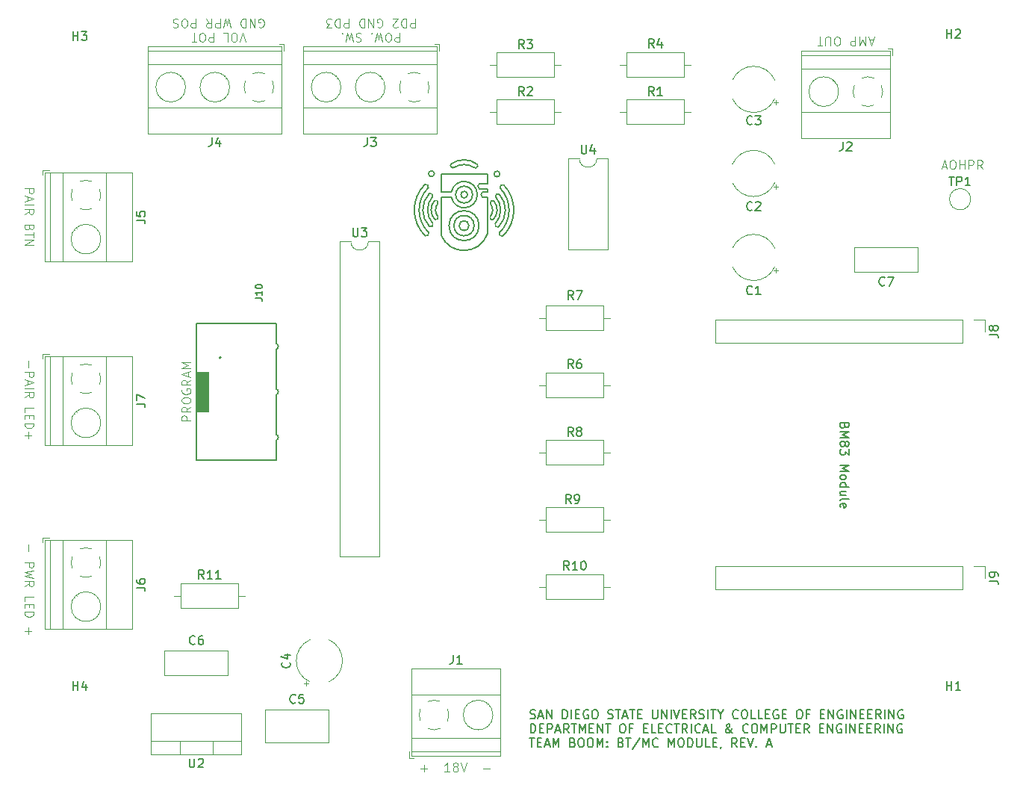
<source format=gbr>
%TF.GenerationSoftware,KiCad,Pcbnew,8.0.5*%
%TF.CreationDate,2024-10-13T16:52:23-07:00*%
%TF.ProjectId,Atmega_BM83,41746d65-6761-45f4-924d-38332e6b6963,rev?*%
%TF.SameCoordinates,Original*%
%TF.FileFunction,Legend,Top*%
%TF.FilePolarity,Positive*%
%FSLAX46Y46*%
G04 Gerber Fmt 4.6, Leading zero omitted, Abs format (unit mm)*
G04 Created by KiCad (PCBNEW 8.0.5) date 2024-10-13 16:52:23*
%MOMM*%
%LPD*%
G01*
G04 APERTURE LIST*
%ADD10C,0.200000*%
%ADD11C,0.100000*%
%ADD12C,0.150000*%
%ADD13C,0.120000*%
%ADD14C,0.010000*%
G04 APERTURE END LIST*
D10*
X104652879Y-82273391D02*
X104652879Y-83334728D01*
X102968517Y-84567977D02*
G75*
G02*
X101056667Y-84567977I-955925J0D01*
G01*
X101056667Y-84567977D02*
G75*
G02*
X102968517Y-84567977I955925J0D01*
G01*
X103145878Y-88089112D02*
G75*
G02*
X100848582Y-88089112I-1148648J0D01*
G01*
X100848582Y-88089112D02*
G75*
G02*
X103145878Y-88089112I1148648J0D01*
G01*
X106475413Y-83451970D02*
G75*
G02*
X106385569Y-89287292I-2942413J-2873050D01*
G01*
X99392326Y-84851020D02*
X100558669Y-84851020D01*
X98458652Y-87847433D02*
G75*
G02*
X98091562Y-88205232I-253852J-106767D01*
G01*
X104991224Y-85599090D02*
G75*
G02*
X104970286Y-87080401I-933424J-727610D01*
G01*
X98629002Y-82201643D02*
G75*
G02*
X97983832Y-82201643I-322585J0D01*
G01*
X97983832Y-82201643D02*
G75*
G02*
X98629002Y-82201643I322585J0D01*
G01*
X100558643Y-84285065D02*
G75*
G02*
X100558660Y-84851022I1453957J-282935D01*
G01*
X106385569Y-89287292D02*
G75*
G02*
X106010244Y-88897509I-101569J277792D01*
G01*
X99392326Y-89153231D02*
X99392326Y-84851020D01*
X100545152Y-81089926D02*
G75*
G02*
X103494570Y-81138295I1442548J-1985274D01*
G01*
X100558643Y-84285065D02*
X99392326Y-84285065D01*
X105571932Y-84791309D02*
G75*
G02*
X105537761Y-87878297I-1742832J-1524391D01*
G01*
X106088227Y-83830029D02*
G75*
G02*
X106475413Y-83451969I281473J99029D01*
G01*
X104652879Y-83890027D02*
X104652879Y-84281714D01*
X103738820Y-83334728D02*
X104652879Y-83334728D01*
X105571932Y-84791309D02*
G75*
G02*
X105969585Y-84482688I288468J38809D01*
G01*
X103738820Y-83890027D02*
X104652879Y-83890027D01*
X100922295Y-81462040D02*
G75*
G02*
X103112614Y-81486220I1076005J-1747160D01*
G01*
X98458652Y-87847433D02*
G75*
G02*
X98451433Y-84760239I1722248J1547633D01*
G01*
X98091548Y-88205262D02*
G75*
G02*
X98056496Y-84448167I1949792J1896902D01*
G01*
X105969584Y-84482689D02*
G75*
G02*
X105901757Y-88239343I-2000984J-1842811D01*
G01*
X104652879Y-84837013D02*
X104652879Y-89019382D01*
X97598605Y-89248957D02*
G75*
G02*
X97559692Y-83413086I2878295J2937257D01*
G01*
X104098064Y-84837013D02*
G75*
G02*
X104098093Y-84281773I135236J277613D01*
G01*
X104652879Y-89019382D02*
G75*
G02*
X99392275Y-89153252I-2655679J930282D01*
G01*
X106088227Y-83830029D02*
G75*
G02*
X106010186Y-88897473I-2555227J-2494971D01*
G01*
X103738820Y-83890027D02*
G75*
G02*
X103738838Y-83334764I135280J277627D01*
G01*
X104652879Y-84281714D02*
X104098064Y-84281714D01*
X102384937Y-84567977D02*
G75*
G02*
X101640247Y-84567977I-372345J0D01*
G01*
X101640247Y-84567977D02*
G75*
G02*
X102384937Y-84567977I372345J0D01*
G01*
X105295533Y-87434118D02*
G75*
G02*
X104970255Y-87080384I-112233J223218D01*
G01*
X104991224Y-85599090D02*
G75*
G02*
X105356962Y-85265525I229376J115790D01*
G01*
X103694981Y-88089112D02*
G75*
G02*
X100299479Y-88089112I-1697751J0D01*
G01*
X100299479Y-88089112D02*
G75*
G02*
X103694981Y-88089112I1697751J0D01*
G01*
X103738820Y-83890027D02*
X104652879Y-83890027D01*
X103494603Y-81138253D02*
G75*
G02*
X103112609Y-81486223I-212803J-150047D01*
G01*
X104098064Y-84837013D02*
X104652879Y-84837013D01*
X106061858Y-82234071D02*
G75*
G02*
X105416688Y-82234071I-322585J0D01*
G01*
X105416688Y-82234071D02*
G75*
G02*
X106061858Y-82234071I322585J0D01*
G01*
X99033083Y-87054504D02*
G75*
G02*
X98704779Y-87405343I-214083J-128696D01*
G01*
X97977355Y-88862448D02*
G75*
G02*
X97943565Y-83794508I2499545J2550748D01*
G01*
X98056495Y-84448166D02*
G75*
G02*
X98451495Y-84760252I106805J-270834D01*
G01*
X97559679Y-83413073D02*
G75*
G02*
X97943589Y-83794509I103321J-279927D01*
G01*
X105356933Y-85265572D02*
G75*
G02*
X105295556Y-87434141I-1209233J-1050928D01*
G01*
X97977355Y-88862448D02*
G75*
G02*
X97598622Y-89248912I-274755J-109552D01*
G01*
X99392326Y-84285065D02*
X99392326Y-82273391D01*
X104652879Y-83334728D02*
X103738820Y-83334728D01*
X99033083Y-87054504D02*
G75*
G02*
X99025082Y-85573066I919017J745704D01*
G01*
X98704768Y-87405364D02*
G75*
G02*
X98662312Y-85236383I1157532J1107564D01*
G01*
X105901750Y-88239336D02*
G75*
G02*
X105537766Y-87878310I-111050J252036D01*
G01*
X99392326Y-82273391D02*
X104652879Y-82273391D01*
X100922295Y-81462040D02*
G75*
G02*
X100545145Y-81089919I-188595J186040D01*
G01*
X98662292Y-85236365D02*
G75*
G02*
X99025032Y-85573039I134408J-218935D01*
G01*
X102551098Y-88089112D02*
G75*
G02*
X101443362Y-88089112I-553868J0D01*
G01*
X101443362Y-88089112D02*
G75*
G02*
X102551098Y-88089112I553868J0D01*
G01*
D11*
X52197580Y-83869884D02*
X53197580Y-83869884D01*
X53197580Y-83869884D02*
X53197580Y-84250836D01*
X53197580Y-84250836D02*
X53149961Y-84346074D01*
X53149961Y-84346074D02*
X53102342Y-84393693D01*
X53102342Y-84393693D02*
X53007104Y-84441312D01*
X53007104Y-84441312D02*
X52864247Y-84441312D01*
X52864247Y-84441312D02*
X52769009Y-84393693D01*
X52769009Y-84393693D02*
X52721390Y-84346074D01*
X52721390Y-84346074D02*
X52673771Y-84250836D01*
X52673771Y-84250836D02*
X52673771Y-83869884D01*
X52483295Y-84822265D02*
X52483295Y-85298455D01*
X52197580Y-84727027D02*
X53197580Y-85060360D01*
X53197580Y-85060360D02*
X52197580Y-85393693D01*
X52197580Y-85727027D02*
X53197580Y-85727027D01*
X52197580Y-86774645D02*
X52673771Y-86441312D01*
X52197580Y-86203217D02*
X53197580Y-86203217D01*
X53197580Y-86203217D02*
X53197580Y-86584169D01*
X53197580Y-86584169D02*
X53149961Y-86679407D01*
X53149961Y-86679407D02*
X53102342Y-86727026D01*
X53102342Y-86727026D02*
X53007104Y-86774645D01*
X53007104Y-86774645D02*
X52864247Y-86774645D01*
X52864247Y-86774645D02*
X52769009Y-86727026D01*
X52769009Y-86727026D02*
X52721390Y-86679407D01*
X52721390Y-86679407D02*
X52673771Y-86584169D01*
X52673771Y-86584169D02*
X52673771Y-86203217D01*
X52721390Y-88298455D02*
X52673771Y-88441312D01*
X52673771Y-88441312D02*
X52626152Y-88488931D01*
X52626152Y-88488931D02*
X52530914Y-88536550D01*
X52530914Y-88536550D02*
X52388057Y-88536550D01*
X52388057Y-88536550D02*
X52292819Y-88488931D01*
X52292819Y-88488931D02*
X52245200Y-88441312D01*
X52245200Y-88441312D02*
X52197580Y-88346074D01*
X52197580Y-88346074D02*
X52197580Y-87965122D01*
X52197580Y-87965122D02*
X53197580Y-87965122D01*
X53197580Y-87965122D02*
X53197580Y-88298455D01*
X53197580Y-88298455D02*
X53149961Y-88393693D01*
X53149961Y-88393693D02*
X53102342Y-88441312D01*
X53102342Y-88441312D02*
X53007104Y-88488931D01*
X53007104Y-88488931D02*
X52911866Y-88488931D01*
X52911866Y-88488931D02*
X52816628Y-88441312D01*
X52816628Y-88441312D02*
X52769009Y-88393693D01*
X52769009Y-88393693D02*
X52721390Y-88298455D01*
X52721390Y-88298455D02*
X52721390Y-87965122D01*
X53197580Y-88822265D02*
X53197580Y-89393693D01*
X52197580Y-89107979D02*
X53197580Y-89107979D01*
X52197580Y-89727027D02*
X53197580Y-89727027D01*
X53197580Y-89727027D02*
X52197580Y-90298455D01*
X52197580Y-90298455D02*
X53197580Y-90298455D01*
X52578533Y-103427884D02*
X52578533Y-104189789D01*
X52197580Y-104665979D02*
X53197580Y-104665979D01*
X53197580Y-104665979D02*
X53197580Y-105046931D01*
X53197580Y-105046931D02*
X53149961Y-105142169D01*
X53149961Y-105142169D02*
X53102342Y-105189788D01*
X53102342Y-105189788D02*
X53007104Y-105237407D01*
X53007104Y-105237407D02*
X52864247Y-105237407D01*
X52864247Y-105237407D02*
X52769009Y-105189788D01*
X52769009Y-105189788D02*
X52721390Y-105142169D01*
X52721390Y-105142169D02*
X52673771Y-105046931D01*
X52673771Y-105046931D02*
X52673771Y-104665979D01*
X52483295Y-105618360D02*
X52483295Y-106094550D01*
X52197580Y-105523122D02*
X53197580Y-105856455D01*
X53197580Y-105856455D02*
X52197580Y-106189788D01*
X52197580Y-106523122D02*
X53197580Y-106523122D01*
X52197580Y-107570740D02*
X52673771Y-107237407D01*
X52197580Y-106999312D02*
X53197580Y-106999312D01*
X53197580Y-106999312D02*
X53197580Y-107380264D01*
X53197580Y-107380264D02*
X53149961Y-107475502D01*
X53149961Y-107475502D02*
X53102342Y-107523121D01*
X53102342Y-107523121D02*
X53007104Y-107570740D01*
X53007104Y-107570740D02*
X52864247Y-107570740D01*
X52864247Y-107570740D02*
X52769009Y-107523121D01*
X52769009Y-107523121D02*
X52721390Y-107475502D01*
X52721390Y-107475502D02*
X52673771Y-107380264D01*
X52673771Y-107380264D02*
X52673771Y-106999312D01*
X52197580Y-109237407D02*
X52197580Y-108761217D01*
X52197580Y-108761217D02*
X53197580Y-108761217D01*
X52721390Y-109570741D02*
X52721390Y-109904074D01*
X52197580Y-110046931D02*
X52197580Y-109570741D01*
X52197580Y-109570741D02*
X53197580Y-109570741D01*
X53197580Y-109570741D02*
X53197580Y-110046931D01*
X52197580Y-110475503D02*
X53197580Y-110475503D01*
X53197580Y-110475503D02*
X53197580Y-110713598D01*
X53197580Y-110713598D02*
X53149961Y-110856455D01*
X53149961Y-110856455D02*
X53054723Y-110951693D01*
X53054723Y-110951693D02*
X52959485Y-110999312D01*
X52959485Y-110999312D02*
X52769009Y-111046931D01*
X52769009Y-111046931D02*
X52626152Y-111046931D01*
X52626152Y-111046931D02*
X52435676Y-110999312D01*
X52435676Y-110999312D02*
X52340438Y-110951693D01*
X52340438Y-110951693D02*
X52245200Y-110856455D01*
X52245200Y-110856455D02*
X52197580Y-110713598D01*
X52197580Y-110713598D02*
X52197580Y-110475503D01*
X52578533Y-111475503D02*
X52578533Y-112237408D01*
X52197580Y-111856455D02*
X52959485Y-111856455D01*
X70992419Y-110186115D02*
X69992419Y-110186115D01*
X69992419Y-110186115D02*
X69992419Y-109805163D01*
X69992419Y-109805163D02*
X70040038Y-109709925D01*
X70040038Y-109709925D02*
X70087657Y-109662306D01*
X70087657Y-109662306D02*
X70182895Y-109614687D01*
X70182895Y-109614687D02*
X70325752Y-109614687D01*
X70325752Y-109614687D02*
X70420990Y-109662306D01*
X70420990Y-109662306D02*
X70468609Y-109709925D01*
X70468609Y-109709925D02*
X70516228Y-109805163D01*
X70516228Y-109805163D02*
X70516228Y-110186115D01*
X70992419Y-108614687D02*
X70516228Y-108948020D01*
X70992419Y-109186115D02*
X69992419Y-109186115D01*
X69992419Y-109186115D02*
X69992419Y-108805163D01*
X69992419Y-108805163D02*
X70040038Y-108709925D01*
X70040038Y-108709925D02*
X70087657Y-108662306D01*
X70087657Y-108662306D02*
X70182895Y-108614687D01*
X70182895Y-108614687D02*
X70325752Y-108614687D01*
X70325752Y-108614687D02*
X70420990Y-108662306D01*
X70420990Y-108662306D02*
X70468609Y-108709925D01*
X70468609Y-108709925D02*
X70516228Y-108805163D01*
X70516228Y-108805163D02*
X70516228Y-109186115D01*
X69992419Y-107995639D02*
X69992419Y-107805163D01*
X69992419Y-107805163D02*
X70040038Y-107709925D01*
X70040038Y-107709925D02*
X70135276Y-107614687D01*
X70135276Y-107614687D02*
X70325752Y-107567068D01*
X70325752Y-107567068D02*
X70659085Y-107567068D01*
X70659085Y-107567068D02*
X70849561Y-107614687D01*
X70849561Y-107614687D02*
X70944800Y-107709925D01*
X70944800Y-107709925D02*
X70992419Y-107805163D01*
X70992419Y-107805163D02*
X70992419Y-107995639D01*
X70992419Y-107995639D02*
X70944800Y-108090877D01*
X70944800Y-108090877D02*
X70849561Y-108186115D01*
X70849561Y-108186115D02*
X70659085Y-108233734D01*
X70659085Y-108233734D02*
X70325752Y-108233734D01*
X70325752Y-108233734D02*
X70135276Y-108186115D01*
X70135276Y-108186115D02*
X70040038Y-108090877D01*
X70040038Y-108090877D02*
X69992419Y-107995639D01*
X70040038Y-106614687D02*
X69992419Y-106709925D01*
X69992419Y-106709925D02*
X69992419Y-106852782D01*
X69992419Y-106852782D02*
X70040038Y-106995639D01*
X70040038Y-106995639D02*
X70135276Y-107090877D01*
X70135276Y-107090877D02*
X70230514Y-107138496D01*
X70230514Y-107138496D02*
X70420990Y-107186115D01*
X70420990Y-107186115D02*
X70563847Y-107186115D01*
X70563847Y-107186115D02*
X70754323Y-107138496D01*
X70754323Y-107138496D02*
X70849561Y-107090877D01*
X70849561Y-107090877D02*
X70944800Y-106995639D01*
X70944800Y-106995639D02*
X70992419Y-106852782D01*
X70992419Y-106852782D02*
X70992419Y-106757544D01*
X70992419Y-106757544D02*
X70944800Y-106614687D01*
X70944800Y-106614687D02*
X70897180Y-106567068D01*
X70897180Y-106567068D02*
X70563847Y-106567068D01*
X70563847Y-106567068D02*
X70563847Y-106757544D01*
X70992419Y-105567068D02*
X70516228Y-105900401D01*
X70992419Y-106138496D02*
X69992419Y-106138496D01*
X69992419Y-106138496D02*
X69992419Y-105757544D01*
X69992419Y-105757544D02*
X70040038Y-105662306D01*
X70040038Y-105662306D02*
X70087657Y-105614687D01*
X70087657Y-105614687D02*
X70182895Y-105567068D01*
X70182895Y-105567068D02*
X70325752Y-105567068D01*
X70325752Y-105567068D02*
X70420990Y-105614687D01*
X70420990Y-105614687D02*
X70468609Y-105662306D01*
X70468609Y-105662306D02*
X70516228Y-105757544D01*
X70516228Y-105757544D02*
X70516228Y-106138496D01*
X70706704Y-105186115D02*
X70706704Y-104709925D01*
X70992419Y-105281353D02*
X69992419Y-104948020D01*
X69992419Y-104948020D02*
X70992419Y-104614687D01*
X70992419Y-104281353D02*
X69992419Y-104281353D01*
X69992419Y-104281353D02*
X70706704Y-103948020D01*
X70706704Y-103948020D02*
X69992419Y-103614687D01*
X69992419Y-103614687D02*
X70992419Y-103614687D01*
X156212265Y-81374704D02*
X156688455Y-81374704D01*
X156117027Y-81660419D02*
X156450360Y-80660419D01*
X156450360Y-80660419D02*
X156783693Y-81660419D01*
X157307503Y-80660419D02*
X157497979Y-80660419D01*
X157497979Y-80660419D02*
X157593217Y-80708038D01*
X157593217Y-80708038D02*
X157688455Y-80803276D01*
X157688455Y-80803276D02*
X157736074Y-80993752D01*
X157736074Y-80993752D02*
X157736074Y-81327085D01*
X157736074Y-81327085D02*
X157688455Y-81517561D01*
X157688455Y-81517561D02*
X157593217Y-81612800D01*
X157593217Y-81612800D02*
X157497979Y-81660419D01*
X157497979Y-81660419D02*
X157307503Y-81660419D01*
X157307503Y-81660419D02*
X157212265Y-81612800D01*
X157212265Y-81612800D02*
X157117027Y-81517561D01*
X157117027Y-81517561D02*
X157069408Y-81327085D01*
X157069408Y-81327085D02*
X157069408Y-80993752D01*
X157069408Y-80993752D02*
X157117027Y-80803276D01*
X157117027Y-80803276D02*
X157212265Y-80708038D01*
X157212265Y-80708038D02*
X157307503Y-80660419D01*
X158164646Y-81660419D02*
X158164646Y-80660419D01*
X158164646Y-81136609D02*
X158736074Y-81136609D01*
X158736074Y-81660419D02*
X158736074Y-80660419D01*
X159212265Y-81660419D02*
X159212265Y-80660419D01*
X159212265Y-80660419D02*
X159593217Y-80660419D01*
X159593217Y-80660419D02*
X159688455Y-80708038D01*
X159688455Y-80708038D02*
X159736074Y-80755657D01*
X159736074Y-80755657D02*
X159783693Y-80850895D01*
X159783693Y-80850895D02*
X159783693Y-80993752D01*
X159783693Y-80993752D02*
X159736074Y-81088990D01*
X159736074Y-81088990D02*
X159688455Y-81136609D01*
X159688455Y-81136609D02*
X159593217Y-81184228D01*
X159593217Y-81184228D02*
X159212265Y-81184228D01*
X160783693Y-81660419D02*
X160450360Y-81184228D01*
X160212265Y-81660419D02*
X160212265Y-80660419D01*
X160212265Y-80660419D02*
X160593217Y-80660419D01*
X160593217Y-80660419D02*
X160688455Y-80708038D01*
X160688455Y-80708038D02*
X160736074Y-80755657D01*
X160736074Y-80755657D02*
X160783693Y-80850895D01*
X160783693Y-80850895D02*
X160783693Y-80993752D01*
X160783693Y-80993752D02*
X160736074Y-81088990D01*
X160736074Y-81088990D02*
X160688455Y-81136609D01*
X160688455Y-81136609D02*
X160593217Y-81184228D01*
X160593217Y-81184228D02*
X160212265Y-81184228D01*
X148407047Y-66961295D02*
X147930857Y-66961295D01*
X148502285Y-66675580D02*
X148168952Y-67675580D01*
X148168952Y-67675580D02*
X147835619Y-66675580D01*
X147502285Y-66675580D02*
X147502285Y-67675580D01*
X147502285Y-67675580D02*
X147168952Y-66961295D01*
X147168952Y-66961295D02*
X146835619Y-67675580D01*
X146835619Y-67675580D02*
X146835619Y-66675580D01*
X146359428Y-66675580D02*
X146359428Y-67675580D01*
X146359428Y-67675580D02*
X145978476Y-67675580D01*
X145978476Y-67675580D02*
X145883238Y-67627961D01*
X145883238Y-67627961D02*
X145835619Y-67580342D01*
X145835619Y-67580342D02*
X145788000Y-67485104D01*
X145788000Y-67485104D02*
X145788000Y-67342247D01*
X145788000Y-67342247D02*
X145835619Y-67247009D01*
X145835619Y-67247009D02*
X145883238Y-67199390D01*
X145883238Y-67199390D02*
X145978476Y-67151771D01*
X145978476Y-67151771D02*
X146359428Y-67151771D01*
X144407047Y-67675580D02*
X144216571Y-67675580D01*
X144216571Y-67675580D02*
X144121333Y-67627961D01*
X144121333Y-67627961D02*
X144026095Y-67532723D01*
X144026095Y-67532723D02*
X143978476Y-67342247D01*
X143978476Y-67342247D02*
X143978476Y-67008914D01*
X143978476Y-67008914D02*
X144026095Y-66818438D01*
X144026095Y-66818438D02*
X144121333Y-66723200D01*
X144121333Y-66723200D02*
X144216571Y-66675580D01*
X144216571Y-66675580D02*
X144407047Y-66675580D01*
X144407047Y-66675580D02*
X144502285Y-66723200D01*
X144502285Y-66723200D02*
X144597523Y-66818438D01*
X144597523Y-66818438D02*
X144645142Y-67008914D01*
X144645142Y-67008914D02*
X144645142Y-67342247D01*
X144645142Y-67342247D02*
X144597523Y-67532723D01*
X144597523Y-67532723D02*
X144502285Y-67627961D01*
X144502285Y-67627961D02*
X144407047Y-67675580D01*
X143549904Y-67675580D02*
X143549904Y-66866057D01*
X143549904Y-66866057D02*
X143502285Y-66770819D01*
X143502285Y-66770819D02*
X143454666Y-66723200D01*
X143454666Y-66723200D02*
X143359428Y-66675580D01*
X143359428Y-66675580D02*
X143168952Y-66675580D01*
X143168952Y-66675580D02*
X143073714Y-66723200D01*
X143073714Y-66723200D02*
X143026095Y-66770819D01*
X143026095Y-66770819D02*
X142978476Y-66866057D01*
X142978476Y-66866057D02*
X142978476Y-67675580D01*
X142645142Y-67675580D02*
X142073714Y-67675580D01*
X142359428Y-66675580D02*
X142359428Y-67675580D01*
X94701903Y-66253524D02*
X94701903Y-67253524D01*
X94701903Y-67253524D02*
X94320951Y-67253524D01*
X94320951Y-67253524D02*
X94225713Y-67205905D01*
X94225713Y-67205905D02*
X94178094Y-67158286D01*
X94178094Y-67158286D02*
X94130475Y-67063048D01*
X94130475Y-67063048D02*
X94130475Y-66920191D01*
X94130475Y-66920191D02*
X94178094Y-66824953D01*
X94178094Y-66824953D02*
X94225713Y-66777334D01*
X94225713Y-66777334D02*
X94320951Y-66729715D01*
X94320951Y-66729715D02*
X94701903Y-66729715D01*
X93511427Y-67253524D02*
X93320951Y-67253524D01*
X93320951Y-67253524D02*
X93225713Y-67205905D01*
X93225713Y-67205905D02*
X93130475Y-67110667D01*
X93130475Y-67110667D02*
X93082856Y-66920191D01*
X93082856Y-66920191D02*
X93082856Y-66586858D01*
X93082856Y-66586858D02*
X93130475Y-66396382D01*
X93130475Y-66396382D02*
X93225713Y-66301144D01*
X93225713Y-66301144D02*
X93320951Y-66253524D01*
X93320951Y-66253524D02*
X93511427Y-66253524D01*
X93511427Y-66253524D02*
X93606665Y-66301144D01*
X93606665Y-66301144D02*
X93701903Y-66396382D01*
X93701903Y-66396382D02*
X93749522Y-66586858D01*
X93749522Y-66586858D02*
X93749522Y-66920191D01*
X93749522Y-66920191D02*
X93701903Y-67110667D01*
X93701903Y-67110667D02*
X93606665Y-67205905D01*
X93606665Y-67205905D02*
X93511427Y-67253524D01*
X92749522Y-67253524D02*
X92511427Y-66253524D01*
X92511427Y-66253524D02*
X92320951Y-66967810D01*
X92320951Y-66967810D02*
X92130475Y-66253524D01*
X92130475Y-66253524D02*
X91892380Y-67253524D01*
X91511427Y-66348763D02*
X91463808Y-66301144D01*
X91463808Y-66301144D02*
X91511427Y-66253524D01*
X91511427Y-66253524D02*
X91559046Y-66301144D01*
X91559046Y-66301144D02*
X91511427Y-66348763D01*
X91511427Y-66348763D02*
X91511427Y-66253524D01*
X90320951Y-66301144D02*
X90178094Y-66253524D01*
X90178094Y-66253524D02*
X89939999Y-66253524D01*
X89939999Y-66253524D02*
X89844761Y-66301144D01*
X89844761Y-66301144D02*
X89797142Y-66348763D01*
X89797142Y-66348763D02*
X89749523Y-66444001D01*
X89749523Y-66444001D02*
X89749523Y-66539239D01*
X89749523Y-66539239D02*
X89797142Y-66634477D01*
X89797142Y-66634477D02*
X89844761Y-66682096D01*
X89844761Y-66682096D02*
X89939999Y-66729715D01*
X89939999Y-66729715D02*
X90130475Y-66777334D01*
X90130475Y-66777334D02*
X90225713Y-66824953D01*
X90225713Y-66824953D02*
X90273332Y-66872572D01*
X90273332Y-66872572D02*
X90320951Y-66967810D01*
X90320951Y-66967810D02*
X90320951Y-67063048D01*
X90320951Y-67063048D02*
X90273332Y-67158286D01*
X90273332Y-67158286D02*
X90225713Y-67205905D01*
X90225713Y-67205905D02*
X90130475Y-67253524D01*
X90130475Y-67253524D02*
X89892380Y-67253524D01*
X89892380Y-67253524D02*
X89749523Y-67205905D01*
X89416189Y-67253524D02*
X89178094Y-66253524D01*
X89178094Y-66253524D02*
X88987618Y-66967810D01*
X88987618Y-66967810D02*
X88797142Y-66253524D01*
X88797142Y-66253524D02*
X88559047Y-67253524D01*
X88178094Y-66348763D02*
X88130475Y-66301144D01*
X88130475Y-66301144D02*
X88178094Y-66253524D01*
X88178094Y-66253524D02*
X88225713Y-66301144D01*
X88225713Y-66301144D02*
X88178094Y-66348763D01*
X88178094Y-66348763D02*
X88178094Y-66253524D01*
X96439999Y-64643580D02*
X96439999Y-65643580D01*
X96439999Y-65643580D02*
X96059047Y-65643580D01*
X96059047Y-65643580D02*
X95963809Y-65595961D01*
X95963809Y-65595961D02*
X95916190Y-65548342D01*
X95916190Y-65548342D02*
X95868571Y-65453104D01*
X95868571Y-65453104D02*
X95868571Y-65310247D01*
X95868571Y-65310247D02*
X95916190Y-65215009D01*
X95916190Y-65215009D02*
X95963809Y-65167390D01*
X95963809Y-65167390D02*
X96059047Y-65119771D01*
X96059047Y-65119771D02*
X96439999Y-65119771D01*
X95439999Y-64643580D02*
X95439999Y-65643580D01*
X95439999Y-65643580D02*
X95201904Y-65643580D01*
X95201904Y-65643580D02*
X95059047Y-65595961D01*
X95059047Y-65595961D02*
X94963809Y-65500723D01*
X94963809Y-65500723D02*
X94916190Y-65405485D01*
X94916190Y-65405485D02*
X94868571Y-65215009D01*
X94868571Y-65215009D02*
X94868571Y-65072152D01*
X94868571Y-65072152D02*
X94916190Y-64881676D01*
X94916190Y-64881676D02*
X94963809Y-64786438D01*
X94963809Y-64786438D02*
X95059047Y-64691200D01*
X95059047Y-64691200D02*
X95201904Y-64643580D01*
X95201904Y-64643580D02*
X95439999Y-64643580D01*
X94487618Y-65548342D02*
X94439999Y-65595961D01*
X94439999Y-65595961D02*
X94344761Y-65643580D01*
X94344761Y-65643580D02*
X94106666Y-65643580D01*
X94106666Y-65643580D02*
X94011428Y-65595961D01*
X94011428Y-65595961D02*
X93963809Y-65548342D01*
X93963809Y-65548342D02*
X93916190Y-65453104D01*
X93916190Y-65453104D02*
X93916190Y-65357866D01*
X93916190Y-65357866D02*
X93963809Y-65215009D01*
X93963809Y-65215009D02*
X94535237Y-64643580D01*
X94535237Y-64643580D02*
X93916190Y-64643580D01*
X92201904Y-65595961D02*
X92297142Y-65643580D01*
X92297142Y-65643580D02*
X92439999Y-65643580D01*
X92439999Y-65643580D02*
X92582856Y-65595961D01*
X92582856Y-65595961D02*
X92678094Y-65500723D01*
X92678094Y-65500723D02*
X92725713Y-65405485D01*
X92725713Y-65405485D02*
X92773332Y-65215009D01*
X92773332Y-65215009D02*
X92773332Y-65072152D01*
X92773332Y-65072152D02*
X92725713Y-64881676D01*
X92725713Y-64881676D02*
X92678094Y-64786438D01*
X92678094Y-64786438D02*
X92582856Y-64691200D01*
X92582856Y-64691200D02*
X92439999Y-64643580D01*
X92439999Y-64643580D02*
X92344761Y-64643580D01*
X92344761Y-64643580D02*
X92201904Y-64691200D01*
X92201904Y-64691200D02*
X92154285Y-64738819D01*
X92154285Y-64738819D02*
X92154285Y-65072152D01*
X92154285Y-65072152D02*
X92344761Y-65072152D01*
X91725713Y-64643580D02*
X91725713Y-65643580D01*
X91725713Y-65643580D02*
X91154285Y-64643580D01*
X91154285Y-64643580D02*
X91154285Y-65643580D01*
X90678094Y-64643580D02*
X90678094Y-65643580D01*
X90678094Y-65643580D02*
X90439999Y-65643580D01*
X90439999Y-65643580D02*
X90297142Y-65595961D01*
X90297142Y-65595961D02*
X90201904Y-65500723D01*
X90201904Y-65500723D02*
X90154285Y-65405485D01*
X90154285Y-65405485D02*
X90106666Y-65215009D01*
X90106666Y-65215009D02*
X90106666Y-65072152D01*
X90106666Y-65072152D02*
X90154285Y-64881676D01*
X90154285Y-64881676D02*
X90201904Y-64786438D01*
X90201904Y-64786438D02*
X90297142Y-64691200D01*
X90297142Y-64691200D02*
X90439999Y-64643580D01*
X90439999Y-64643580D02*
X90678094Y-64643580D01*
X88916189Y-64643580D02*
X88916189Y-65643580D01*
X88916189Y-65643580D02*
X88535237Y-65643580D01*
X88535237Y-65643580D02*
X88439999Y-65595961D01*
X88439999Y-65595961D02*
X88392380Y-65548342D01*
X88392380Y-65548342D02*
X88344761Y-65453104D01*
X88344761Y-65453104D02*
X88344761Y-65310247D01*
X88344761Y-65310247D02*
X88392380Y-65215009D01*
X88392380Y-65215009D02*
X88439999Y-65167390D01*
X88439999Y-65167390D02*
X88535237Y-65119771D01*
X88535237Y-65119771D02*
X88916189Y-65119771D01*
X87916189Y-64643580D02*
X87916189Y-65643580D01*
X87916189Y-65643580D02*
X87678094Y-65643580D01*
X87678094Y-65643580D02*
X87535237Y-65595961D01*
X87535237Y-65595961D02*
X87439999Y-65500723D01*
X87439999Y-65500723D02*
X87392380Y-65405485D01*
X87392380Y-65405485D02*
X87344761Y-65215009D01*
X87344761Y-65215009D02*
X87344761Y-65072152D01*
X87344761Y-65072152D02*
X87392380Y-64881676D01*
X87392380Y-64881676D02*
X87439999Y-64786438D01*
X87439999Y-64786438D02*
X87535237Y-64691200D01*
X87535237Y-64691200D02*
X87678094Y-64643580D01*
X87678094Y-64643580D02*
X87916189Y-64643580D01*
X87011427Y-65643580D02*
X86392380Y-65643580D01*
X86392380Y-65643580D02*
X86725713Y-65262628D01*
X86725713Y-65262628D02*
X86582856Y-65262628D01*
X86582856Y-65262628D02*
X86487618Y-65215009D01*
X86487618Y-65215009D02*
X86439999Y-65167390D01*
X86439999Y-65167390D02*
X86392380Y-65072152D01*
X86392380Y-65072152D02*
X86392380Y-64834057D01*
X86392380Y-64834057D02*
X86439999Y-64738819D01*
X86439999Y-64738819D02*
X86487618Y-64691200D01*
X86487618Y-64691200D02*
X86582856Y-64643580D01*
X86582856Y-64643580D02*
X86868570Y-64643580D01*
X86868570Y-64643580D02*
X86963808Y-64691200D01*
X86963808Y-64691200D02*
X87011427Y-64738819D01*
X97077884Y-149605466D02*
X97839789Y-149605466D01*
X97458836Y-149986419D02*
X97458836Y-149224514D01*
X100363598Y-149986419D02*
X99792170Y-149986419D01*
X100077884Y-149986419D02*
X100077884Y-148986419D01*
X100077884Y-148986419D02*
X99982646Y-149129276D01*
X99982646Y-149129276D02*
X99887408Y-149224514D01*
X99887408Y-149224514D02*
X99792170Y-149272133D01*
X100935027Y-149414990D02*
X100839789Y-149367371D01*
X100839789Y-149367371D02*
X100792170Y-149319752D01*
X100792170Y-149319752D02*
X100744551Y-149224514D01*
X100744551Y-149224514D02*
X100744551Y-149176895D01*
X100744551Y-149176895D02*
X100792170Y-149081657D01*
X100792170Y-149081657D02*
X100839789Y-149034038D01*
X100839789Y-149034038D02*
X100935027Y-148986419D01*
X100935027Y-148986419D02*
X101125503Y-148986419D01*
X101125503Y-148986419D02*
X101220741Y-149034038D01*
X101220741Y-149034038D02*
X101268360Y-149081657D01*
X101268360Y-149081657D02*
X101315979Y-149176895D01*
X101315979Y-149176895D02*
X101315979Y-149224514D01*
X101315979Y-149224514D02*
X101268360Y-149319752D01*
X101268360Y-149319752D02*
X101220741Y-149367371D01*
X101220741Y-149367371D02*
X101125503Y-149414990D01*
X101125503Y-149414990D02*
X100935027Y-149414990D01*
X100935027Y-149414990D02*
X100839789Y-149462609D01*
X100839789Y-149462609D02*
X100792170Y-149510228D01*
X100792170Y-149510228D02*
X100744551Y-149605466D01*
X100744551Y-149605466D02*
X100744551Y-149795942D01*
X100744551Y-149795942D02*
X100792170Y-149891180D01*
X100792170Y-149891180D02*
X100839789Y-149938800D01*
X100839789Y-149938800D02*
X100935027Y-149986419D01*
X100935027Y-149986419D02*
X101125503Y-149986419D01*
X101125503Y-149986419D02*
X101220741Y-149938800D01*
X101220741Y-149938800D02*
X101268360Y-149891180D01*
X101268360Y-149891180D02*
X101315979Y-149795942D01*
X101315979Y-149795942D02*
X101315979Y-149605466D01*
X101315979Y-149605466D02*
X101268360Y-149510228D01*
X101268360Y-149510228D02*
X101220741Y-149462609D01*
X101220741Y-149462609D02*
X101125503Y-149414990D01*
X101601694Y-148986419D02*
X101935027Y-149986419D01*
X101935027Y-149986419D02*
X102268360Y-148986419D01*
X104125504Y-149605466D02*
X104887409Y-149605466D01*
X52578533Y-124255884D02*
X52578533Y-125017789D01*
X52197580Y-126255884D02*
X53197580Y-126255884D01*
X53197580Y-126255884D02*
X53197580Y-126636836D01*
X53197580Y-126636836D02*
X53149961Y-126732074D01*
X53149961Y-126732074D02*
X53102342Y-126779693D01*
X53102342Y-126779693D02*
X53007104Y-126827312D01*
X53007104Y-126827312D02*
X52864247Y-126827312D01*
X52864247Y-126827312D02*
X52769009Y-126779693D01*
X52769009Y-126779693D02*
X52721390Y-126732074D01*
X52721390Y-126732074D02*
X52673771Y-126636836D01*
X52673771Y-126636836D02*
X52673771Y-126255884D01*
X53197580Y-127160646D02*
X52197580Y-127398741D01*
X52197580Y-127398741D02*
X52911866Y-127589217D01*
X52911866Y-127589217D02*
X52197580Y-127779693D01*
X52197580Y-127779693D02*
X53197580Y-128017789D01*
X52197580Y-128970169D02*
X52673771Y-128636836D01*
X52197580Y-128398741D02*
X53197580Y-128398741D01*
X53197580Y-128398741D02*
X53197580Y-128779693D01*
X53197580Y-128779693D02*
X53149961Y-128874931D01*
X53149961Y-128874931D02*
X53102342Y-128922550D01*
X53102342Y-128922550D02*
X53007104Y-128970169D01*
X53007104Y-128970169D02*
X52864247Y-128970169D01*
X52864247Y-128970169D02*
X52769009Y-128922550D01*
X52769009Y-128922550D02*
X52721390Y-128874931D01*
X52721390Y-128874931D02*
X52673771Y-128779693D01*
X52673771Y-128779693D02*
X52673771Y-128398741D01*
X52197580Y-130636836D02*
X52197580Y-130160646D01*
X52197580Y-130160646D02*
X53197580Y-130160646D01*
X52721390Y-130970170D02*
X52721390Y-131303503D01*
X52197580Y-131446360D02*
X52197580Y-130970170D01*
X52197580Y-130970170D02*
X53197580Y-130970170D01*
X53197580Y-130970170D02*
X53197580Y-131446360D01*
X52197580Y-131874932D02*
X53197580Y-131874932D01*
X53197580Y-131874932D02*
X53197580Y-132113027D01*
X53197580Y-132113027D02*
X53149961Y-132255884D01*
X53149961Y-132255884D02*
X53054723Y-132351122D01*
X53054723Y-132351122D02*
X52959485Y-132398741D01*
X52959485Y-132398741D02*
X52769009Y-132446360D01*
X52769009Y-132446360D02*
X52626152Y-132446360D01*
X52626152Y-132446360D02*
X52435676Y-132398741D01*
X52435676Y-132398741D02*
X52340438Y-132351122D01*
X52340438Y-132351122D02*
X52245200Y-132255884D01*
X52245200Y-132255884D02*
X52197580Y-132113027D01*
X52197580Y-132113027D02*
X52197580Y-131874932D01*
X52578533Y-133636837D02*
X52578533Y-134398742D01*
X52197580Y-134017789D02*
X52959485Y-134017789D01*
X77215618Y-67253524D02*
X76882285Y-66253524D01*
X76882285Y-66253524D02*
X76548952Y-67253524D01*
X76025142Y-67253524D02*
X75834666Y-67253524D01*
X75834666Y-67253524D02*
X75739428Y-67205905D01*
X75739428Y-67205905D02*
X75644190Y-67110667D01*
X75644190Y-67110667D02*
X75596571Y-66920191D01*
X75596571Y-66920191D02*
X75596571Y-66586858D01*
X75596571Y-66586858D02*
X75644190Y-66396382D01*
X75644190Y-66396382D02*
X75739428Y-66301144D01*
X75739428Y-66301144D02*
X75834666Y-66253524D01*
X75834666Y-66253524D02*
X76025142Y-66253524D01*
X76025142Y-66253524D02*
X76120380Y-66301144D01*
X76120380Y-66301144D02*
X76215618Y-66396382D01*
X76215618Y-66396382D02*
X76263237Y-66586858D01*
X76263237Y-66586858D02*
X76263237Y-66920191D01*
X76263237Y-66920191D02*
X76215618Y-67110667D01*
X76215618Y-67110667D02*
X76120380Y-67205905D01*
X76120380Y-67205905D02*
X76025142Y-67253524D01*
X74691809Y-66253524D02*
X75167999Y-66253524D01*
X75167999Y-66253524D02*
X75167999Y-67253524D01*
X73596570Y-66253524D02*
X73596570Y-67253524D01*
X73596570Y-67253524D02*
X73215618Y-67253524D01*
X73215618Y-67253524D02*
X73120380Y-67205905D01*
X73120380Y-67205905D02*
X73072761Y-67158286D01*
X73072761Y-67158286D02*
X73025142Y-67063048D01*
X73025142Y-67063048D02*
X73025142Y-66920191D01*
X73025142Y-66920191D02*
X73072761Y-66824953D01*
X73072761Y-66824953D02*
X73120380Y-66777334D01*
X73120380Y-66777334D02*
X73215618Y-66729715D01*
X73215618Y-66729715D02*
X73596570Y-66729715D01*
X72406094Y-67253524D02*
X72215618Y-67253524D01*
X72215618Y-67253524D02*
X72120380Y-67205905D01*
X72120380Y-67205905D02*
X72025142Y-67110667D01*
X72025142Y-67110667D02*
X71977523Y-66920191D01*
X71977523Y-66920191D02*
X71977523Y-66586858D01*
X71977523Y-66586858D02*
X72025142Y-66396382D01*
X72025142Y-66396382D02*
X72120380Y-66301144D01*
X72120380Y-66301144D02*
X72215618Y-66253524D01*
X72215618Y-66253524D02*
X72406094Y-66253524D01*
X72406094Y-66253524D02*
X72501332Y-66301144D01*
X72501332Y-66301144D02*
X72596570Y-66396382D01*
X72596570Y-66396382D02*
X72644189Y-66586858D01*
X72644189Y-66586858D02*
X72644189Y-66920191D01*
X72644189Y-66920191D02*
X72596570Y-67110667D01*
X72596570Y-67110667D02*
X72501332Y-67205905D01*
X72501332Y-67205905D02*
X72406094Y-67253524D01*
X71691808Y-67253524D02*
X71120380Y-67253524D01*
X71406094Y-66253524D02*
X71406094Y-67253524D01*
X78763238Y-65595961D02*
X78858476Y-65643580D01*
X78858476Y-65643580D02*
X79001333Y-65643580D01*
X79001333Y-65643580D02*
X79144190Y-65595961D01*
X79144190Y-65595961D02*
X79239428Y-65500723D01*
X79239428Y-65500723D02*
X79287047Y-65405485D01*
X79287047Y-65405485D02*
X79334666Y-65215009D01*
X79334666Y-65215009D02*
X79334666Y-65072152D01*
X79334666Y-65072152D02*
X79287047Y-64881676D01*
X79287047Y-64881676D02*
X79239428Y-64786438D01*
X79239428Y-64786438D02*
X79144190Y-64691200D01*
X79144190Y-64691200D02*
X79001333Y-64643580D01*
X79001333Y-64643580D02*
X78906095Y-64643580D01*
X78906095Y-64643580D02*
X78763238Y-64691200D01*
X78763238Y-64691200D02*
X78715619Y-64738819D01*
X78715619Y-64738819D02*
X78715619Y-65072152D01*
X78715619Y-65072152D02*
X78906095Y-65072152D01*
X78287047Y-64643580D02*
X78287047Y-65643580D01*
X78287047Y-65643580D02*
X77715619Y-64643580D01*
X77715619Y-64643580D02*
X77715619Y-65643580D01*
X77239428Y-64643580D02*
X77239428Y-65643580D01*
X77239428Y-65643580D02*
X77001333Y-65643580D01*
X77001333Y-65643580D02*
X76858476Y-65595961D01*
X76858476Y-65595961D02*
X76763238Y-65500723D01*
X76763238Y-65500723D02*
X76715619Y-65405485D01*
X76715619Y-65405485D02*
X76668000Y-65215009D01*
X76668000Y-65215009D02*
X76668000Y-65072152D01*
X76668000Y-65072152D02*
X76715619Y-64881676D01*
X76715619Y-64881676D02*
X76763238Y-64786438D01*
X76763238Y-64786438D02*
X76858476Y-64691200D01*
X76858476Y-64691200D02*
X77001333Y-64643580D01*
X77001333Y-64643580D02*
X77239428Y-64643580D01*
X75572761Y-65643580D02*
X75334666Y-64643580D01*
X75334666Y-64643580D02*
X75144190Y-65357866D01*
X75144190Y-65357866D02*
X74953714Y-64643580D01*
X74953714Y-64643580D02*
X74715619Y-65643580D01*
X74334666Y-64643580D02*
X74334666Y-65643580D01*
X74334666Y-65643580D02*
X73953714Y-65643580D01*
X73953714Y-65643580D02*
X73858476Y-65595961D01*
X73858476Y-65595961D02*
X73810857Y-65548342D01*
X73810857Y-65548342D02*
X73763238Y-65453104D01*
X73763238Y-65453104D02*
X73763238Y-65310247D01*
X73763238Y-65310247D02*
X73810857Y-65215009D01*
X73810857Y-65215009D02*
X73858476Y-65167390D01*
X73858476Y-65167390D02*
X73953714Y-65119771D01*
X73953714Y-65119771D02*
X74334666Y-65119771D01*
X72763238Y-64643580D02*
X73096571Y-65119771D01*
X73334666Y-64643580D02*
X73334666Y-65643580D01*
X73334666Y-65643580D02*
X72953714Y-65643580D01*
X72953714Y-65643580D02*
X72858476Y-65595961D01*
X72858476Y-65595961D02*
X72810857Y-65548342D01*
X72810857Y-65548342D02*
X72763238Y-65453104D01*
X72763238Y-65453104D02*
X72763238Y-65310247D01*
X72763238Y-65310247D02*
X72810857Y-65215009D01*
X72810857Y-65215009D02*
X72858476Y-65167390D01*
X72858476Y-65167390D02*
X72953714Y-65119771D01*
X72953714Y-65119771D02*
X73334666Y-65119771D01*
X71572761Y-64643580D02*
X71572761Y-65643580D01*
X71572761Y-65643580D02*
X71191809Y-65643580D01*
X71191809Y-65643580D02*
X71096571Y-65595961D01*
X71096571Y-65595961D02*
X71048952Y-65548342D01*
X71048952Y-65548342D02*
X71001333Y-65453104D01*
X71001333Y-65453104D02*
X71001333Y-65310247D01*
X71001333Y-65310247D02*
X71048952Y-65215009D01*
X71048952Y-65215009D02*
X71096571Y-65167390D01*
X71096571Y-65167390D02*
X71191809Y-65119771D01*
X71191809Y-65119771D02*
X71572761Y-65119771D01*
X70382285Y-65643580D02*
X70191809Y-65643580D01*
X70191809Y-65643580D02*
X70096571Y-65595961D01*
X70096571Y-65595961D02*
X70001333Y-65500723D01*
X70001333Y-65500723D02*
X69953714Y-65310247D01*
X69953714Y-65310247D02*
X69953714Y-64976914D01*
X69953714Y-64976914D02*
X70001333Y-64786438D01*
X70001333Y-64786438D02*
X70096571Y-64691200D01*
X70096571Y-64691200D02*
X70191809Y-64643580D01*
X70191809Y-64643580D02*
X70382285Y-64643580D01*
X70382285Y-64643580D02*
X70477523Y-64691200D01*
X70477523Y-64691200D02*
X70572761Y-64786438D01*
X70572761Y-64786438D02*
X70620380Y-64976914D01*
X70620380Y-64976914D02*
X70620380Y-65310247D01*
X70620380Y-65310247D02*
X70572761Y-65500723D01*
X70572761Y-65500723D02*
X70477523Y-65595961D01*
X70477523Y-65595961D02*
X70382285Y-65643580D01*
X69572761Y-64691200D02*
X69429904Y-64643580D01*
X69429904Y-64643580D02*
X69191809Y-64643580D01*
X69191809Y-64643580D02*
X69096571Y-64691200D01*
X69096571Y-64691200D02*
X69048952Y-64738819D01*
X69048952Y-64738819D02*
X69001333Y-64834057D01*
X69001333Y-64834057D02*
X69001333Y-64929295D01*
X69001333Y-64929295D02*
X69048952Y-65024533D01*
X69048952Y-65024533D02*
X69096571Y-65072152D01*
X69096571Y-65072152D02*
X69191809Y-65119771D01*
X69191809Y-65119771D02*
X69382285Y-65167390D01*
X69382285Y-65167390D02*
X69477523Y-65215009D01*
X69477523Y-65215009D02*
X69525142Y-65262628D01*
X69525142Y-65262628D02*
X69572761Y-65357866D01*
X69572761Y-65357866D02*
X69572761Y-65453104D01*
X69572761Y-65453104D02*
X69525142Y-65548342D01*
X69525142Y-65548342D02*
X69477523Y-65595961D01*
X69477523Y-65595961D02*
X69382285Y-65643580D01*
X69382285Y-65643580D02*
X69144190Y-65643580D01*
X69144190Y-65643580D02*
X69001333Y-65595961D01*
D12*
X145153990Y-110770112D02*
X145106371Y-110912969D01*
X145106371Y-110912969D02*
X145058752Y-110960588D01*
X145058752Y-110960588D02*
X144963514Y-111008207D01*
X144963514Y-111008207D02*
X144820657Y-111008207D01*
X144820657Y-111008207D02*
X144725419Y-110960588D01*
X144725419Y-110960588D02*
X144677800Y-110912969D01*
X144677800Y-110912969D02*
X144630180Y-110817731D01*
X144630180Y-110817731D02*
X144630180Y-110436779D01*
X144630180Y-110436779D02*
X145630180Y-110436779D01*
X145630180Y-110436779D02*
X145630180Y-110770112D01*
X145630180Y-110770112D02*
X145582561Y-110865350D01*
X145582561Y-110865350D02*
X145534942Y-110912969D01*
X145534942Y-110912969D02*
X145439704Y-110960588D01*
X145439704Y-110960588D02*
X145344466Y-110960588D01*
X145344466Y-110960588D02*
X145249228Y-110912969D01*
X145249228Y-110912969D02*
X145201609Y-110865350D01*
X145201609Y-110865350D02*
X145153990Y-110770112D01*
X145153990Y-110770112D02*
X145153990Y-110436779D01*
X144630180Y-111436779D02*
X145630180Y-111436779D01*
X145630180Y-111436779D02*
X144915895Y-111770112D01*
X144915895Y-111770112D02*
X145630180Y-112103445D01*
X145630180Y-112103445D02*
X144630180Y-112103445D01*
X145201609Y-112722493D02*
X145249228Y-112627255D01*
X145249228Y-112627255D02*
X145296847Y-112579636D01*
X145296847Y-112579636D02*
X145392085Y-112532017D01*
X145392085Y-112532017D02*
X145439704Y-112532017D01*
X145439704Y-112532017D02*
X145534942Y-112579636D01*
X145534942Y-112579636D02*
X145582561Y-112627255D01*
X145582561Y-112627255D02*
X145630180Y-112722493D01*
X145630180Y-112722493D02*
X145630180Y-112912969D01*
X145630180Y-112912969D02*
X145582561Y-113008207D01*
X145582561Y-113008207D02*
X145534942Y-113055826D01*
X145534942Y-113055826D02*
X145439704Y-113103445D01*
X145439704Y-113103445D02*
X145392085Y-113103445D01*
X145392085Y-113103445D02*
X145296847Y-113055826D01*
X145296847Y-113055826D02*
X145249228Y-113008207D01*
X145249228Y-113008207D02*
X145201609Y-112912969D01*
X145201609Y-112912969D02*
X145201609Y-112722493D01*
X145201609Y-112722493D02*
X145153990Y-112627255D01*
X145153990Y-112627255D02*
X145106371Y-112579636D01*
X145106371Y-112579636D02*
X145011133Y-112532017D01*
X145011133Y-112532017D02*
X144820657Y-112532017D01*
X144820657Y-112532017D02*
X144725419Y-112579636D01*
X144725419Y-112579636D02*
X144677800Y-112627255D01*
X144677800Y-112627255D02*
X144630180Y-112722493D01*
X144630180Y-112722493D02*
X144630180Y-112912969D01*
X144630180Y-112912969D02*
X144677800Y-113008207D01*
X144677800Y-113008207D02*
X144725419Y-113055826D01*
X144725419Y-113055826D02*
X144820657Y-113103445D01*
X144820657Y-113103445D02*
X145011133Y-113103445D01*
X145011133Y-113103445D02*
X145106371Y-113055826D01*
X145106371Y-113055826D02*
X145153990Y-113008207D01*
X145153990Y-113008207D02*
X145201609Y-112912969D01*
X145630180Y-113436779D02*
X145630180Y-114055826D01*
X145630180Y-114055826D02*
X145249228Y-113722493D01*
X145249228Y-113722493D02*
X145249228Y-113865350D01*
X145249228Y-113865350D02*
X145201609Y-113960588D01*
X145201609Y-113960588D02*
X145153990Y-114008207D01*
X145153990Y-114008207D02*
X145058752Y-114055826D01*
X145058752Y-114055826D02*
X144820657Y-114055826D01*
X144820657Y-114055826D02*
X144725419Y-114008207D01*
X144725419Y-114008207D02*
X144677800Y-113960588D01*
X144677800Y-113960588D02*
X144630180Y-113865350D01*
X144630180Y-113865350D02*
X144630180Y-113579636D01*
X144630180Y-113579636D02*
X144677800Y-113484398D01*
X144677800Y-113484398D02*
X144725419Y-113436779D01*
X144630180Y-115246303D02*
X145630180Y-115246303D01*
X145630180Y-115246303D02*
X144915895Y-115579636D01*
X144915895Y-115579636D02*
X145630180Y-115912969D01*
X145630180Y-115912969D02*
X144630180Y-115912969D01*
X144630180Y-116532017D02*
X144677800Y-116436779D01*
X144677800Y-116436779D02*
X144725419Y-116389160D01*
X144725419Y-116389160D02*
X144820657Y-116341541D01*
X144820657Y-116341541D02*
X145106371Y-116341541D01*
X145106371Y-116341541D02*
X145201609Y-116389160D01*
X145201609Y-116389160D02*
X145249228Y-116436779D01*
X145249228Y-116436779D02*
X145296847Y-116532017D01*
X145296847Y-116532017D02*
X145296847Y-116674874D01*
X145296847Y-116674874D02*
X145249228Y-116770112D01*
X145249228Y-116770112D02*
X145201609Y-116817731D01*
X145201609Y-116817731D02*
X145106371Y-116865350D01*
X145106371Y-116865350D02*
X144820657Y-116865350D01*
X144820657Y-116865350D02*
X144725419Y-116817731D01*
X144725419Y-116817731D02*
X144677800Y-116770112D01*
X144677800Y-116770112D02*
X144630180Y-116674874D01*
X144630180Y-116674874D02*
X144630180Y-116532017D01*
X144630180Y-117722493D02*
X145630180Y-117722493D01*
X144677800Y-117722493D02*
X144630180Y-117627255D01*
X144630180Y-117627255D02*
X144630180Y-117436779D01*
X144630180Y-117436779D02*
X144677800Y-117341541D01*
X144677800Y-117341541D02*
X144725419Y-117293922D01*
X144725419Y-117293922D02*
X144820657Y-117246303D01*
X144820657Y-117246303D02*
X145106371Y-117246303D01*
X145106371Y-117246303D02*
X145201609Y-117293922D01*
X145201609Y-117293922D02*
X145249228Y-117341541D01*
X145249228Y-117341541D02*
X145296847Y-117436779D01*
X145296847Y-117436779D02*
X145296847Y-117627255D01*
X145296847Y-117627255D02*
X145249228Y-117722493D01*
X145296847Y-118627255D02*
X144630180Y-118627255D01*
X145296847Y-118198684D02*
X144773038Y-118198684D01*
X144773038Y-118198684D02*
X144677800Y-118246303D01*
X144677800Y-118246303D02*
X144630180Y-118341541D01*
X144630180Y-118341541D02*
X144630180Y-118484398D01*
X144630180Y-118484398D02*
X144677800Y-118579636D01*
X144677800Y-118579636D02*
X144725419Y-118627255D01*
X144630180Y-119246303D02*
X144677800Y-119151065D01*
X144677800Y-119151065D02*
X144773038Y-119103446D01*
X144773038Y-119103446D02*
X145630180Y-119103446D01*
X144677800Y-120008208D02*
X144630180Y-119912970D01*
X144630180Y-119912970D02*
X144630180Y-119722494D01*
X144630180Y-119722494D02*
X144677800Y-119627256D01*
X144677800Y-119627256D02*
X144773038Y-119579637D01*
X144773038Y-119579637D02*
X145153990Y-119579637D01*
X145153990Y-119579637D02*
X145249228Y-119627256D01*
X145249228Y-119627256D02*
X145296847Y-119722494D01*
X145296847Y-119722494D02*
X145296847Y-119912970D01*
X145296847Y-119912970D02*
X145249228Y-120008208D01*
X145249228Y-120008208D02*
X145153990Y-120055827D01*
X145153990Y-120055827D02*
X145058752Y-120055827D01*
X145058752Y-120055827D02*
X144963514Y-119579637D01*
X109509160Y-143922312D02*
X109652017Y-143969931D01*
X109652017Y-143969931D02*
X109890112Y-143969931D01*
X109890112Y-143969931D02*
X109985350Y-143922312D01*
X109985350Y-143922312D02*
X110032969Y-143874692D01*
X110032969Y-143874692D02*
X110080588Y-143779454D01*
X110080588Y-143779454D02*
X110080588Y-143684216D01*
X110080588Y-143684216D02*
X110032969Y-143588978D01*
X110032969Y-143588978D02*
X109985350Y-143541359D01*
X109985350Y-143541359D02*
X109890112Y-143493740D01*
X109890112Y-143493740D02*
X109699636Y-143446121D01*
X109699636Y-143446121D02*
X109604398Y-143398502D01*
X109604398Y-143398502D02*
X109556779Y-143350883D01*
X109556779Y-143350883D02*
X109509160Y-143255645D01*
X109509160Y-143255645D02*
X109509160Y-143160407D01*
X109509160Y-143160407D02*
X109556779Y-143065169D01*
X109556779Y-143065169D02*
X109604398Y-143017550D01*
X109604398Y-143017550D02*
X109699636Y-142969931D01*
X109699636Y-142969931D02*
X109937731Y-142969931D01*
X109937731Y-142969931D02*
X110080588Y-143017550D01*
X110461541Y-143684216D02*
X110937731Y-143684216D01*
X110366303Y-143969931D02*
X110699636Y-142969931D01*
X110699636Y-142969931D02*
X111032969Y-143969931D01*
X111366303Y-143969931D02*
X111366303Y-142969931D01*
X111366303Y-142969931D02*
X111937731Y-143969931D01*
X111937731Y-143969931D02*
X111937731Y-142969931D01*
X113175827Y-143969931D02*
X113175827Y-142969931D01*
X113175827Y-142969931D02*
X113413922Y-142969931D01*
X113413922Y-142969931D02*
X113556779Y-143017550D01*
X113556779Y-143017550D02*
X113652017Y-143112788D01*
X113652017Y-143112788D02*
X113699636Y-143208026D01*
X113699636Y-143208026D02*
X113747255Y-143398502D01*
X113747255Y-143398502D02*
X113747255Y-143541359D01*
X113747255Y-143541359D02*
X113699636Y-143731835D01*
X113699636Y-143731835D02*
X113652017Y-143827073D01*
X113652017Y-143827073D02*
X113556779Y-143922312D01*
X113556779Y-143922312D02*
X113413922Y-143969931D01*
X113413922Y-143969931D02*
X113175827Y-143969931D01*
X114175827Y-143969931D02*
X114175827Y-142969931D01*
X114652017Y-143446121D02*
X114985350Y-143446121D01*
X115128207Y-143969931D02*
X114652017Y-143969931D01*
X114652017Y-143969931D02*
X114652017Y-142969931D01*
X114652017Y-142969931D02*
X115128207Y-142969931D01*
X116080588Y-143017550D02*
X115985350Y-142969931D01*
X115985350Y-142969931D02*
X115842493Y-142969931D01*
X115842493Y-142969931D02*
X115699636Y-143017550D01*
X115699636Y-143017550D02*
X115604398Y-143112788D01*
X115604398Y-143112788D02*
X115556779Y-143208026D01*
X115556779Y-143208026D02*
X115509160Y-143398502D01*
X115509160Y-143398502D02*
X115509160Y-143541359D01*
X115509160Y-143541359D02*
X115556779Y-143731835D01*
X115556779Y-143731835D02*
X115604398Y-143827073D01*
X115604398Y-143827073D02*
X115699636Y-143922312D01*
X115699636Y-143922312D02*
X115842493Y-143969931D01*
X115842493Y-143969931D02*
X115937731Y-143969931D01*
X115937731Y-143969931D02*
X116080588Y-143922312D01*
X116080588Y-143922312D02*
X116128207Y-143874692D01*
X116128207Y-143874692D02*
X116128207Y-143541359D01*
X116128207Y-143541359D02*
X115937731Y-143541359D01*
X116747255Y-142969931D02*
X116937731Y-142969931D01*
X116937731Y-142969931D02*
X117032969Y-143017550D01*
X117032969Y-143017550D02*
X117128207Y-143112788D01*
X117128207Y-143112788D02*
X117175826Y-143303264D01*
X117175826Y-143303264D02*
X117175826Y-143636597D01*
X117175826Y-143636597D02*
X117128207Y-143827073D01*
X117128207Y-143827073D02*
X117032969Y-143922312D01*
X117032969Y-143922312D02*
X116937731Y-143969931D01*
X116937731Y-143969931D02*
X116747255Y-143969931D01*
X116747255Y-143969931D02*
X116652017Y-143922312D01*
X116652017Y-143922312D02*
X116556779Y-143827073D01*
X116556779Y-143827073D02*
X116509160Y-143636597D01*
X116509160Y-143636597D02*
X116509160Y-143303264D01*
X116509160Y-143303264D02*
X116556779Y-143112788D01*
X116556779Y-143112788D02*
X116652017Y-143017550D01*
X116652017Y-143017550D02*
X116747255Y-142969931D01*
X118318684Y-143922312D02*
X118461541Y-143969931D01*
X118461541Y-143969931D02*
X118699636Y-143969931D01*
X118699636Y-143969931D02*
X118794874Y-143922312D01*
X118794874Y-143922312D02*
X118842493Y-143874692D01*
X118842493Y-143874692D02*
X118890112Y-143779454D01*
X118890112Y-143779454D02*
X118890112Y-143684216D01*
X118890112Y-143684216D02*
X118842493Y-143588978D01*
X118842493Y-143588978D02*
X118794874Y-143541359D01*
X118794874Y-143541359D02*
X118699636Y-143493740D01*
X118699636Y-143493740D02*
X118509160Y-143446121D01*
X118509160Y-143446121D02*
X118413922Y-143398502D01*
X118413922Y-143398502D02*
X118366303Y-143350883D01*
X118366303Y-143350883D02*
X118318684Y-143255645D01*
X118318684Y-143255645D02*
X118318684Y-143160407D01*
X118318684Y-143160407D02*
X118366303Y-143065169D01*
X118366303Y-143065169D02*
X118413922Y-143017550D01*
X118413922Y-143017550D02*
X118509160Y-142969931D01*
X118509160Y-142969931D02*
X118747255Y-142969931D01*
X118747255Y-142969931D02*
X118890112Y-143017550D01*
X119175827Y-142969931D02*
X119747255Y-142969931D01*
X119461541Y-143969931D02*
X119461541Y-142969931D01*
X120032970Y-143684216D02*
X120509160Y-143684216D01*
X119937732Y-143969931D02*
X120271065Y-142969931D01*
X120271065Y-142969931D02*
X120604398Y-143969931D01*
X120794875Y-142969931D02*
X121366303Y-142969931D01*
X121080589Y-143969931D02*
X121080589Y-142969931D01*
X121699637Y-143446121D02*
X122032970Y-143446121D01*
X122175827Y-143969931D02*
X121699637Y-143969931D01*
X121699637Y-143969931D02*
X121699637Y-142969931D01*
X121699637Y-142969931D02*
X122175827Y-142969931D01*
X123366304Y-142969931D02*
X123366304Y-143779454D01*
X123366304Y-143779454D02*
X123413923Y-143874692D01*
X123413923Y-143874692D02*
X123461542Y-143922312D01*
X123461542Y-143922312D02*
X123556780Y-143969931D01*
X123556780Y-143969931D02*
X123747256Y-143969931D01*
X123747256Y-143969931D02*
X123842494Y-143922312D01*
X123842494Y-143922312D02*
X123890113Y-143874692D01*
X123890113Y-143874692D02*
X123937732Y-143779454D01*
X123937732Y-143779454D02*
X123937732Y-142969931D01*
X124413923Y-143969931D02*
X124413923Y-142969931D01*
X124413923Y-142969931D02*
X124985351Y-143969931D01*
X124985351Y-143969931D02*
X124985351Y-142969931D01*
X125461542Y-143969931D02*
X125461542Y-142969931D01*
X125794875Y-142969931D02*
X126128208Y-143969931D01*
X126128208Y-143969931D02*
X126461541Y-142969931D01*
X126794875Y-143446121D02*
X127128208Y-143446121D01*
X127271065Y-143969931D02*
X126794875Y-143969931D01*
X126794875Y-143969931D02*
X126794875Y-142969931D01*
X126794875Y-142969931D02*
X127271065Y-142969931D01*
X128271065Y-143969931D02*
X127937732Y-143493740D01*
X127699637Y-143969931D02*
X127699637Y-142969931D01*
X127699637Y-142969931D02*
X128080589Y-142969931D01*
X128080589Y-142969931D02*
X128175827Y-143017550D01*
X128175827Y-143017550D02*
X128223446Y-143065169D01*
X128223446Y-143065169D02*
X128271065Y-143160407D01*
X128271065Y-143160407D02*
X128271065Y-143303264D01*
X128271065Y-143303264D02*
X128223446Y-143398502D01*
X128223446Y-143398502D02*
X128175827Y-143446121D01*
X128175827Y-143446121D02*
X128080589Y-143493740D01*
X128080589Y-143493740D02*
X127699637Y-143493740D01*
X128652018Y-143922312D02*
X128794875Y-143969931D01*
X128794875Y-143969931D02*
X129032970Y-143969931D01*
X129032970Y-143969931D02*
X129128208Y-143922312D01*
X129128208Y-143922312D02*
X129175827Y-143874692D01*
X129175827Y-143874692D02*
X129223446Y-143779454D01*
X129223446Y-143779454D02*
X129223446Y-143684216D01*
X129223446Y-143684216D02*
X129175827Y-143588978D01*
X129175827Y-143588978D02*
X129128208Y-143541359D01*
X129128208Y-143541359D02*
X129032970Y-143493740D01*
X129032970Y-143493740D02*
X128842494Y-143446121D01*
X128842494Y-143446121D02*
X128747256Y-143398502D01*
X128747256Y-143398502D02*
X128699637Y-143350883D01*
X128699637Y-143350883D02*
X128652018Y-143255645D01*
X128652018Y-143255645D02*
X128652018Y-143160407D01*
X128652018Y-143160407D02*
X128699637Y-143065169D01*
X128699637Y-143065169D02*
X128747256Y-143017550D01*
X128747256Y-143017550D02*
X128842494Y-142969931D01*
X128842494Y-142969931D02*
X129080589Y-142969931D01*
X129080589Y-142969931D02*
X129223446Y-143017550D01*
X129652018Y-143969931D02*
X129652018Y-142969931D01*
X129985351Y-142969931D02*
X130556779Y-142969931D01*
X130271065Y-143969931D02*
X130271065Y-142969931D01*
X131080589Y-143493740D02*
X131080589Y-143969931D01*
X130747256Y-142969931D02*
X131080589Y-143493740D01*
X131080589Y-143493740D02*
X131413922Y-142969931D01*
X133080589Y-143874692D02*
X133032970Y-143922312D01*
X133032970Y-143922312D02*
X132890113Y-143969931D01*
X132890113Y-143969931D02*
X132794875Y-143969931D01*
X132794875Y-143969931D02*
X132652018Y-143922312D01*
X132652018Y-143922312D02*
X132556780Y-143827073D01*
X132556780Y-143827073D02*
X132509161Y-143731835D01*
X132509161Y-143731835D02*
X132461542Y-143541359D01*
X132461542Y-143541359D02*
X132461542Y-143398502D01*
X132461542Y-143398502D02*
X132509161Y-143208026D01*
X132509161Y-143208026D02*
X132556780Y-143112788D01*
X132556780Y-143112788D02*
X132652018Y-143017550D01*
X132652018Y-143017550D02*
X132794875Y-142969931D01*
X132794875Y-142969931D02*
X132890113Y-142969931D01*
X132890113Y-142969931D02*
X133032970Y-143017550D01*
X133032970Y-143017550D02*
X133080589Y-143065169D01*
X133699637Y-142969931D02*
X133890113Y-142969931D01*
X133890113Y-142969931D02*
X133985351Y-143017550D01*
X133985351Y-143017550D02*
X134080589Y-143112788D01*
X134080589Y-143112788D02*
X134128208Y-143303264D01*
X134128208Y-143303264D02*
X134128208Y-143636597D01*
X134128208Y-143636597D02*
X134080589Y-143827073D01*
X134080589Y-143827073D02*
X133985351Y-143922312D01*
X133985351Y-143922312D02*
X133890113Y-143969931D01*
X133890113Y-143969931D02*
X133699637Y-143969931D01*
X133699637Y-143969931D02*
X133604399Y-143922312D01*
X133604399Y-143922312D02*
X133509161Y-143827073D01*
X133509161Y-143827073D02*
X133461542Y-143636597D01*
X133461542Y-143636597D02*
X133461542Y-143303264D01*
X133461542Y-143303264D02*
X133509161Y-143112788D01*
X133509161Y-143112788D02*
X133604399Y-143017550D01*
X133604399Y-143017550D02*
X133699637Y-142969931D01*
X135032970Y-143969931D02*
X134556780Y-143969931D01*
X134556780Y-143969931D02*
X134556780Y-142969931D01*
X135842494Y-143969931D02*
X135366304Y-143969931D01*
X135366304Y-143969931D02*
X135366304Y-142969931D01*
X136175828Y-143446121D02*
X136509161Y-143446121D01*
X136652018Y-143969931D02*
X136175828Y-143969931D01*
X136175828Y-143969931D02*
X136175828Y-142969931D01*
X136175828Y-142969931D02*
X136652018Y-142969931D01*
X137604399Y-143017550D02*
X137509161Y-142969931D01*
X137509161Y-142969931D02*
X137366304Y-142969931D01*
X137366304Y-142969931D02*
X137223447Y-143017550D01*
X137223447Y-143017550D02*
X137128209Y-143112788D01*
X137128209Y-143112788D02*
X137080590Y-143208026D01*
X137080590Y-143208026D02*
X137032971Y-143398502D01*
X137032971Y-143398502D02*
X137032971Y-143541359D01*
X137032971Y-143541359D02*
X137080590Y-143731835D01*
X137080590Y-143731835D02*
X137128209Y-143827073D01*
X137128209Y-143827073D02*
X137223447Y-143922312D01*
X137223447Y-143922312D02*
X137366304Y-143969931D01*
X137366304Y-143969931D02*
X137461542Y-143969931D01*
X137461542Y-143969931D02*
X137604399Y-143922312D01*
X137604399Y-143922312D02*
X137652018Y-143874692D01*
X137652018Y-143874692D02*
X137652018Y-143541359D01*
X137652018Y-143541359D02*
X137461542Y-143541359D01*
X138080590Y-143446121D02*
X138413923Y-143446121D01*
X138556780Y-143969931D02*
X138080590Y-143969931D01*
X138080590Y-143969931D02*
X138080590Y-142969931D01*
X138080590Y-142969931D02*
X138556780Y-142969931D01*
X139937733Y-142969931D02*
X140128209Y-142969931D01*
X140128209Y-142969931D02*
X140223447Y-143017550D01*
X140223447Y-143017550D02*
X140318685Y-143112788D01*
X140318685Y-143112788D02*
X140366304Y-143303264D01*
X140366304Y-143303264D02*
X140366304Y-143636597D01*
X140366304Y-143636597D02*
X140318685Y-143827073D01*
X140318685Y-143827073D02*
X140223447Y-143922312D01*
X140223447Y-143922312D02*
X140128209Y-143969931D01*
X140128209Y-143969931D02*
X139937733Y-143969931D01*
X139937733Y-143969931D02*
X139842495Y-143922312D01*
X139842495Y-143922312D02*
X139747257Y-143827073D01*
X139747257Y-143827073D02*
X139699638Y-143636597D01*
X139699638Y-143636597D02*
X139699638Y-143303264D01*
X139699638Y-143303264D02*
X139747257Y-143112788D01*
X139747257Y-143112788D02*
X139842495Y-143017550D01*
X139842495Y-143017550D02*
X139937733Y-142969931D01*
X141128209Y-143446121D02*
X140794876Y-143446121D01*
X140794876Y-143969931D02*
X140794876Y-142969931D01*
X140794876Y-142969931D02*
X141271066Y-142969931D01*
X142413924Y-143446121D02*
X142747257Y-143446121D01*
X142890114Y-143969931D02*
X142413924Y-143969931D01*
X142413924Y-143969931D02*
X142413924Y-142969931D01*
X142413924Y-142969931D02*
X142890114Y-142969931D01*
X143318686Y-143969931D02*
X143318686Y-142969931D01*
X143318686Y-142969931D02*
X143890114Y-143969931D01*
X143890114Y-143969931D02*
X143890114Y-142969931D01*
X144890114Y-143017550D02*
X144794876Y-142969931D01*
X144794876Y-142969931D02*
X144652019Y-142969931D01*
X144652019Y-142969931D02*
X144509162Y-143017550D01*
X144509162Y-143017550D02*
X144413924Y-143112788D01*
X144413924Y-143112788D02*
X144366305Y-143208026D01*
X144366305Y-143208026D02*
X144318686Y-143398502D01*
X144318686Y-143398502D02*
X144318686Y-143541359D01*
X144318686Y-143541359D02*
X144366305Y-143731835D01*
X144366305Y-143731835D02*
X144413924Y-143827073D01*
X144413924Y-143827073D02*
X144509162Y-143922312D01*
X144509162Y-143922312D02*
X144652019Y-143969931D01*
X144652019Y-143969931D02*
X144747257Y-143969931D01*
X144747257Y-143969931D02*
X144890114Y-143922312D01*
X144890114Y-143922312D02*
X144937733Y-143874692D01*
X144937733Y-143874692D02*
X144937733Y-143541359D01*
X144937733Y-143541359D02*
X144747257Y-143541359D01*
X145366305Y-143969931D02*
X145366305Y-142969931D01*
X145842495Y-143969931D02*
X145842495Y-142969931D01*
X145842495Y-142969931D02*
X146413923Y-143969931D01*
X146413923Y-143969931D02*
X146413923Y-142969931D01*
X146890114Y-143446121D02*
X147223447Y-143446121D01*
X147366304Y-143969931D02*
X146890114Y-143969931D01*
X146890114Y-143969931D02*
X146890114Y-142969931D01*
X146890114Y-142969931D02*
X147366304Y-142969931D01*
X147794876Y-143446121D02*
X148128209Y-143446121D01*
X148271066Y-143969931D02*
X147794876Y-143969931D01*
X147794876Y-143969931D02*
X147794876Y-142969931D01*
X147794876Y-142969931D02*
X148271066Y-142969931D01*
X149271066Y-143969931D02*
X148937733Y-143493740D01*
X148699638Y-143969931D02*
X148699638Y-142969931D01*
X148699638Y-142969931D02*
X149080590Y-142969931D01*
X149080590Y-142969931D02*
X149175828Y-143017550D01*
X149175828Y-143017550D02*
X149223447Y-143065169D01*
X149223447Y-143065169D02*
X149271066Y-143160407D01*
X149271066Y-143160407D02*
X149271066Y-143303264D01*
X149271066Y-143303264D02*
X149223447Y-143398502D01*
X149223447Y-143398502D02*
X149175828Y-143446121D01*
X149175828Y-143446121D02*
X149080590Y-143493740D01*
X149080590Y-143493740D02*
X148699638Y-143493740D01*
X149699638Y-143969931D02*
X149699638Y-142969931D01*
X150175828Y-143969931D02*
X150175828Y-142969931D01*
X150175828Y-142969931D02*
X150747256Y-143969931D01*
X150747256Y-143969931D02*
X150747256Y-142969931D01*
X151747256Y-143017550D02*
X151652018Y-142969931D01*
X151652018Y-142969931D02*
X151509161Y-142969931D01*
X151509161Y-142969931D02*
X151366304Y-143017550D01*
X151366304Y-143017550D02*
X151271066Y-143112788D01*
X151271066Y-143112788D02*
X151223447Y-143208026D01*
X151223447Y-143208026D02*
X151175828Y-143398502D01*
X151175828Y-143398502D02*
X151175828Y-143541359D01*
X151175828Y-143541359D02*
X151223447Y-143731835D01*
X151223447Y-143731835D02*
X151271066Y-143827073D01*
X151271066Y-143827073D02*
X151366304Y-143922312D01*
X151366304Y-143922312D02*
X151509161Y-143969931D01*
X151509161Y-143969931D02*
X151604399Y-143969931D01*
X151604399Y-143969931D02*
X151747256Y-143922312D01*
X151747256Y-143922312D02*
X151794875Y-143874692D01*
X151794875Y-143874692D02*
X151794875Y-143541359D01*
X151794875Y-143541359D02*
X151604399Y-143541359D01*
X109556779Y-145579875D02*
X109556779Y-144579875D01*
X109556779Y-144579875D02*
X109794874Y-144579875D01*
X109794874Y-144579875D02*
X109937731Y-144627494D01*
X109937731Y-144627494D02*
X110032969Y-144722732D01*
X110032969Y-144722732D02*
X110080588Y-144817970D01*
X110080588Y-144817970D02*
X110128207Y-145008446D01*
X110128207Y-145008446D02*
X110128207Y-145151303D01*
X110128207Y-145151303D02*
X110080588Y-145341779D01*
X110080588Y-145341779D02*
X110032969Y-145437017D01*
X110032969Y-145437017D02*
X109937731Y-145532256D01*
X109937731Y-145532256D02*
X109794874Y-145579875D01*
X109794874Y-145579875D02*
X109556779Y-145579875D01*
X110556779Y-145056065D02*
X110890112Y-145056065D01*
X111032969Y-145579875D02*
X110556779Y-145579875D01*
X110556779Y-145579875D02*
X110556779Y-144579875D01*
X110556779Y-144579875D02*
X111032969Y-144579875D01*
X111461541Y-145579875D02*
X111461541Y-144579875D01*
X111461541Y-144579875D02*
X111842493Y-144579875D01*
X111842493Y-144579875D02*
X111937731Y-144627494D01*
X111937731Y-144627494D02*
X111985350Y-144675113D01*
X111985350Y-144675113D02*
X112032969Y-144770351D01*
X112032969Y-144770351D02*
X112032969Y-144913208D01*
X112032969Y-144913208D02*
X111985350Y-145008446D01*
X111985350Y-145008446D02*
X111937731Y-145056065D01*
X111937731Y-145056065D02*
X111842493Y-145103684D01*
X111842493Y-145103684D02*
X111461541Y-145103684D01*
X112413922Y-145294160D02*
X112890112Y-145294160D01*
X112318684Y-145579875D02*
X112652017Y-144579875D01*
X112652017Y-144579875D02*
X112985350Y-145579875D01*
X113890112Y-145579875D02*
X113556779Y-145103684D01*
X113318684Y-145579875D02*
X113318684Y-144579875D01*
X113318684Y-144579875D02*
X113699636Y-144579875D01*
X113699636Y-144579875D02*
X113794874Y-144627494D01*
X113794874Y-144627494D02*
X113842493Y-144675113D01*
X113842493Y-144675113D02*
X113890112Y-144770351D01*
X113890112Y-144770351D02*
X113890112Y-144913208D01*
X113890112Y-144913208D02*
X113842493Y-145008446D01*
X113842493Y-145008446D02*
X113794874Y-145056065D01*
X113794874Y-145056065D02*
X113699636Y-145103684D01*
X113699636Y-145103684D02*
X113318684Y-145103684D01*
X114175827Y-144579875D02*
X114747255Y-144579875D01*
X114461541Y-145579875D02*
X114461541Y-144579875D01*
X115080589Y-145579875D02*
X115080589Y-144579875D01*
X115080589Y-144579875D02*
X115413922Y-145294160D01*
X115413922Y-145294160D02*
X115747255Y-144579875D01*
X115747255Y-144579875D02*
X115747255Y-145579875D01*
X116223446Y-145056065D02*
X116556779Y-145056065D01*
X116699636Y-145579875D02*
X116223446Y-145579875D01*
X116223446Y-145579875D02*
X116223446Y-144579875D01*
X116223446Y-144579875D02*
X116699636Y-144579875D01*
X117128208Y-145579875D02*
X117128208Y-144579875D01*
X117128208Y-144579875D02*
X117699636Y-145579875D01*
X117699636Y-145579875D02*
X117699636Y-144579875D01*
X118032970Y-144579875D02*
X118604398Y-144579875D01*
X118318684Y-145579875D02*
X118318684Y-144579875D01*
X119890113Y-144579875D02*
X120080589Y-144579875D01*
X120080589Y-144579875D02*
X120175827Y-144627494D01*
X120175827Y-144627494D02*
X120271065Y-144722732D01*
X120271065Y-144722732D02*
X120318684Y-144913208D01*
X120318684Y-144913208D02*
X120318684Y-145246541D01*
X120318684Y-145246541D02*
X120271065Y-145437017D01*
X120271065Y-145437017D02*
X120175827Y-145532256D01*
X120175827Y-145532256D02*
X120080589Y-145579875D01*
X120080589Y-145579875D02*
X119890113Y-145579875D01*
X119890113Y-145579875D02*
X119794875Y-145532256D01*
X119794875Y-145532256D02*
X119699637Y-145437017D01*
X119699637Y-145437017D02*
X119652018Y-145246541D01*
X119652018Y-145246541D02*
X119652018Y-144913208D01*
X119652018Y-144913208D02*
X119699637Y-144722732D01*
X119699637Y-144722732D02*
X119794875Y-144627494D01*
X119794875Y-144627494D02*
X119890113Y-144579875D01*
X121080589Y-145056065D02*
X120747256Y-145056065D01*
X120747256Y-145579875D02*
X120747256Y-144579875D01*
X120747256Y-144579875D02*
X121223446Y-144579875D01*
X122366304Y-145056065D02*
X122699637Y-145056065D01*
X122842494Y-145579875D02*
X122366304Y-145579875D01*
X122366304Y-145579875D02*
X122366304Y-144579875D01*
X122366304Y-144579875D02*
X122842494Y-144579875D01*
X123747256Y-145579875D02*
X123271066Y-145579875D01*
X123271066Y-145579875D02*
X123271066Y-144579875D01*
X124080590Y-145056065D02*
X124413923Y-145056065D01*
X124556780Y-145579875D02*
X124080590Y-145579875D01*
X124080590Y-145579875D02*
X124080590Y-144579875D01*
X124080590Y-144579875D02*
X124556780Y-144579875D01*
X125556780Y-145484636D02*
X125509161Y-145532256D01*
X125509161Y-145532256D02*
X125366304Y-145579875D01*
X125366304Y-145579875D02*
X125271066Y-145579875D01*
X125271066Y-145579875D02*
X125128209Y-145532256D01*
X125128209Y-145532256D02*
X125032971Y-145437017D01*
X125032971Y-145437017D02*
X124985352Y-145341779D01*
X124985352Y-145341779D02*
X124937733Y-145151303D01*
X124937733Y-145151303D02*
X124937733Y-145008446D01*
X124937733Y-145008446D02*
X124985352Y-144817970D01*
X124985352Y-144817970D02*
X125032971Y-144722732D01*
X125032971Y-144722732D02*
X125128209Y-144627494D01*
X125128209Y-144627494D02*
X125271066Y-144579875D01*
X125271066Y-144579875D02*
X125366304Y-144579875D01*
X125366304Y-144579875D02*
X125509161Y-144627494D01*
X125509161Y-144627494D02*
X125556780Y-144675113D01*
X125842495Y-144579875D02*
X126413923Y-144579875D01*
X126128209Y-145579875D02*
X126128209Y-144579875D01*
X127318685Y-145579875D02*
X126985352Y-145103684D01*
X126747257Y-145579875D02*
X126747257Y-144579875D01*
X126747257Y-144579875D02*
X127128209Y-144579875D01*
X127128209Y-144579875D02*
X127223447Y-144627494D01*
X127223447Y-144627494D02*
X127271066Y-144675113D01*
X127271066Y-144675113D02*
X127318685Y-144770351D01*
X127318685Y-144770351D02*
X127318685Y-144913208D01*
X127318685Y-144913208D02*
X127271066Y-145008446D01*
X127271066Y-145008446D02*
X127223447Y-145056065D01*
X127223447Y-145056065D02*
X127128209Y-145103684D01*
X127128209Y-145103684D02*
X126747257Y-145103684D01*
X127747257Y-145579875D02*
X127747257Y-144579875D01*
X128794875Y-145484636D02*
X128747256Y-145532256D01*
X128747256Y-145532256D02*
X128604399Y-145579875D01*
X128604399Y-145579875D02*
X128509161Y-145579875D01*
X128509161Y-145579875D02*
X128366304Y-145532256D01*
X128366304Y-145532256D02*
X128271066Y-145437017D01*
X128271066Y-145437017D02*
X128223447Y-145341779D01*
X128223447Y-145341779D02*
X128175828Y-145151303D01*
X128175828Y-145151303D02*
X128175828Y-145008446D01*
X128175828Y-145008446D02*
X128223447Y-144817970D01*
X128223447Y-144817970D02*
X128271066Y-144722732D01*
X128271066Y-144722732D02*
X128366304Y-144627494D01*
X128366304Y-144627494D02*
X128509161Y-144579875D01*
X128509161Y-144579875D02*
X128604399Y-144579875D01*
X128604399Y-144579875D02*
X128747256Y-144627494D01*
X128747256Y-144627494D02*
X128794875Y-144675113D01*
X129175828Y-145294160D02*
X129652018Y-145294160D01*
X129080590Y-145579875D02*
X129413923Y-144579875D01*
X129413923Y-144579875D02*
X129747256Y-145579875D01*
X130556780Y-145579875D02*
X130080590Y-145579875D01*
X130080590Y-145579875D02*
X130080590Y-144579875D01*
X132461543Y-145579875D02*
X132413924Y-145579875D01*
X132413924Y-145579875D02*
X132318685Y-145532256D01*
X132318685Y-145532256D02*
X132175828Y-145389398D01*
X132175828Y-145389398D02*
X131937733Y-145103684D01*
X131937733Y-145103684D02*
X131842495Y-144960827D01*
X131842495Y-144960827D02*
X131794876Y-144817970D01*
X131794876Y-144817970D02*
X131794876Y-144722732D01*
X131794876Y-144722732D02*
X131842495Y-144627494D01*
X131842495Y-144627494D02*
X131937733Y-144579875D01*
X131937733Y-144579875D02*
X131985352Y-144579875D01*
X131985352Y-144579875D02*
X132080590Y-144627494D01*
X132080590Y-144627494D02*
X132128209Y-144722732D01*
X132128209Y-144722732D02*
X132128209Y-144770351D01*
X132128209Y-144770351D02*
X132080590Y-144865589D01*
X132080590Y-144865589D02*
X132032971Y-144913208D01*
X132032971Y-144913208D02*
X131747257Y-145103684D01*
X131747257Y-145103684D02*
X131699638Y-145151303D01*
X131699638Y-145151303D02*
X131652019Y-145246541D01*
X131652019Y-145246541D02*
X131652019Y-145389398D01*
X131652019Y-145389398D02*
X131699638Y-145484636D01*
X131699638Y-145484636D02*
X131747257Y-145532256D01*
X131747257Y-145532256D02*
X131842495Y-145579875D01*
X131842495Y-145579875D02*
X131985352Y-145579875D01*
X131985352Y-145579875D02*
X132080590Y-145532256D01*
X132080590Y-145532256D02*
X132128209Y-145484636D01*
X132128209Y-145484636D02*
X132271066Y-145294160D01*
X132271066Y-145294160D02*
X132318685Y-145151303D01*
X132318685Y-145151303D02*
X132318685Y-145056065D01*
X134223447Y-145484636D02*
X134175828Y-145532256D01*
X134175828Y-145532256D02*
X134032971Y-145579875D01*
X134032971Y-145579875D02*
X133937733Y-145579875D01*
X133937733Y-145579875D02*
X133794876Y-145532256D01*
X133794876Y-145532256D02*
X133699638Y-145437017D01*
X133699638Y-145437017D02*
X133652019Y-145341779D01*
X133652019Y-145341779D02*
X133604400Y-145151303D01*
X133604400Y-145151303D02*
X133604400Y-145008446D01*
X133604400Y-145008446D02*
X133652019Y-144817970D01*
X133652019Y-144817970D02*
X133699638Y-144722732D01*
X133699638Y-144722732D02*
X133794876Y-144627494D01*
X133794876Y-144627494D02*
X133937733Y-144579875D01*
X133937733Y-144579875D02*
X134032971Y-144579875D01*
X134032971Y-144579875D02*
X134175828Y-144627494D01*
X134175828Y-144627494D02*
X134223447Y-144675113D01*
X134842495Y-144579875D02*
X135032971Y-144579875D01*
X135032971Y-144579875D02*
X135128209Y-144627494D01*
X135128209Y-144627494D02*
X135223447Y-144722732D01*
X135223447Y-144722732D02*
X135271066Y-144913208D01*
X135271066Y-144913208D02*
X135271066Y-145246541D01*
X135271066Y-145246541D02*
X135223447Y-145437017D01*
X135223447Y-145437017D02*
X135128209Y-145532256D01*
X135128209Y-145532256D02*
X135032971Y-145579875D01*
X135032971Y-145579875D02*
X134842495Y-145579875D01*
X134842495Y-145579875D02*
X134747257Y-145532256D01*
X134747257Y-145532256D02*
X134652019Y-145437017D01*
X134652019Y-145437017D02*
X134604400Y-145246541D01*
X134604400Y-145246541D02*
X134604400Y-144913208D01*
X134604400Y-144913208D02*
X134652019Y-144722732D01*
X134652019Y-144722732D02*
X134747257Y-144627494D01*
X134747257Y-144627494D02*
X134842495Y-144579875D01*
X135699638Y-145579875D02*
X135699638Y-144579875D01*
X135699638Y-144579875D02*
X136032971Y-145294160D01*
X136032971Y-145294160D02*
X136366304Y-144579875D01*
X136366304Y-144579875D02*
X136366304Y-145579875D01*
X136842495Y-145579875D02*
X136842495Y-144579875D01*
X136842495Y-144579875D02*
X137223447Y-144579875D01*
X137223447Y-144579875D02*
X137318685Y-144627494D01*
X137318685Y-144627494D02*
X137366304Y-144675113D01*
X137366304Y-144675113D02*
X137413923Y-144770351D01*
X137413923Y-144770351D02*
X137413923Y-144913208D01*
X137413923Y-144913208D02*
X137366304Y-145008446D01*
X137366304Y-145008446D02*
X137318685Y-145056065D01*
X137318685Y-145056065D02*
X137223447Y-145103684D01*
X137223447Y-145103684D02*
X136842495Y-145103684D01*
X137842495Y-144579875D02*
X137842495Y-145389398D01*
X137842495Y-145389398D02*
X137890114Y-145484636D01*
X137890114Y-145484636D02*
X137937733Y-145532256D01*
X137937733Y-145532256D02*
X138032971Y-145579875D01*
X138032971Y-145579875D02*
X138223447Y-145579875D01*
X138223447Y-145579875D02*
X138318685Y-145532256D01*
X138318685Y-145532256D02*
X138366304Y-145484636D01*
X138366304Y-145484636D02*
X138413923Y-145389398D01*
X138413923Y-145389398D02*
X138413923Y-144579875D01*
X138747257Y-144579875D02*
X139318685Y-144579875D01*
X139032971Y-145579875D02*
X139032971Y-144579875D01*
X139652019Y-145056065D02*
X139985352Y-145056065D01*
X140128209Y-145579875D02*
X139652019Y-145579875D01*
X139652019Y-145579875D02*
X139652019Y-144579875D01*
X139652019Y-144579875D02*
X140128209Y-144579875D01*
X141128209Y-145579875D02*
X140794876Y-145103684D01*
X140556781Y-145579875D02*
X140556781Y-144579875D01*
X140556781Y-144579875D02*
X140937733Y-144579875D01*
X140937733Y-144579875D02*
X141032971Y-144627494D01*
X141032971Y-144627494D02*
X141080590Y-144675113D01*
X141080590Y-144675113D02*
X141128209Y-144770351D01*
X141128209Y-144770351D02*
X141128209Y-144913208D01*
X141128209Y-144913208D02*
X141080590Y-145008446D01*
X141080590Y-145008446D02*
X141032971Y-145056065D01*
X141032971Y-145056065D02*
X140937733Y-145103684D01*
X140937733Y-145103684D02*
X140556781Y-145103684D01*
X142318686Y-145056065D02*
X142652019Y-145056065D01*
X142794876Y-145579875D02*
X142318686Y-145579875D01*
X142318686Y-145579875D02*
X142318686Y-144579875D01*
X142318686Y-144579875D02*
X142794876Y-144579875D01*
X143223448Y-145579875D02*
X143223448Y-144579875D01*
X143223448Y-144579875D02*
X143794876Y-145579875D01*
X143794876Y-145579875D02*
X143794876Y-144579875D01*
X144794876Y-144627494D02*
X144699638Y-144579875D01*
X144699638Y-144579875D02*
X144556781Y-144579875D01*
X144556781Y-144579875D02*
X144413924Y-144627494D01*
X144413924Y-144627494D02*
X144318686Y-144722732D01*
X144318686Y-144722732D02*
X144271067Y-144817970D01*
X144271067Y-144817970D02*
X144223448Y-145008446D01*
X144223448Y-145008446D02*
X144223448Y-145151303D01*
X144223448Y-145151303D02*
X144271067Y-145341779D01*
X144271067Y-145341779D02*
X144318686Y-145437017D01*
X144318686Y-145437017D02*
X144413924Y-145532256D01*
X144413924Y-145532256D02*
X144556781Y-145579875D01*
X144556781Y-145579875D02*
X144652019Y-145579875D01*
X144652019Y-145579875D02*
X144794876Y-145532256D01*
X144794876Y-145532256D02*
X144842495Y-145484636D01*
X144842495Y-145484636D02*
X144842495Y-145151303D01*
X144842495Y-145151303D02*
X144652019Y-145151303D01*
X145271067Y-145579875D02*
X145271067Y-144579875D01*
X145747257Y-145579875D02*
X145747257Y-144579875D01*
X145747257Y-144579875D02*
X146318685Y-145579875D01*
X146318685Y-145579875D02*
X146318685Y-144579875D01*
X146794876Y-145056065D02*
X147128209Y-145056065D01*
X147271066Y-145579875D02*
X146794876Y-145579875D01*
X146794876Y-145579875D02*
X146794876Y-144579875D01*
X146794876Y-144579875D02*
X147271066Y-144579875D01*
X147699638Y-145056065D02*
X148032971Y-145056065D01*
X148175828Y-145579875D02*
X147699638Y-145579875D01*
X147699638Y-145579875D02*
X147699638Y-144579875D01*
X147699638Y-144579875D02*
X148175828Y-144579875D01*
X149175828Y-145579875D02*
X148842495Y-145103684D01*
X148604400Y-145579875D02*
X148604400Y-144579875D01*
X148604400Y-144579875D02*
X148985352Y-144579875D01*
X148985352Y-144579875D02*
X149080590Y-144627494D01*
X149080590Y-144627494D02*
X149128209Y-144675113D01*
X149128209Y-144675113D02*
X149175828Y-144770351D01*
X149175828Y-144770351D02*
X149175828Y-144913208D01*
X149175828Y-144913208D02*
X149128209Y-145008446D01*
X149128209Y-145008446D02*
X149080590Y-145056065D01*
X149080590Y-145056065D02*
X148985352Y-145103684D01*
X148985352Y-145103684D02*
X148604400Y-145103684D01*
X149604400Y-145579875D02*
X149604400Y-144579875D01*
X150080590Y-145579875D02*
X150080590Y-144579875D01*
X150080590Y-144579875D02*
X150652018Y-145579875D01*
X150652018Y-145579875D02*
X150652018Y-144579875D01*
X151652018Y-144627494D02*
X151556780Y-144579875D01*
X151556780Y-144579875D02*
X151413923Y-144579875D01*
X151413923Y-144579875D02*
X151271066Y-144627494D01*
X151271066Y-144627494D02*
X151175828Y-144722732D01*
X151175828Y-144722732D02*
X151128209Y-144817970D01*
X151128209Y-144817970D02*
X151080590Y-145008446D01*
X151080590Y-145008446D02*
X151080590Y-145151303D01*
X151080590Y-145151303D02*
X151128209Y-145341779D01*
X151128209Y-145341779D02*
X151175828Y-145437017D01*
X151175828Y-145437017D02*
X151271066Y-145532256D01*
X151271066Y-145532256D02*
X151413923Y-145579875D01*
X151413923Y-145579875D02*
X151509161Y-145579875D01*
X151509161Y-145579875D02*
X151652018Y-145532256D01*
X151652018Y-145532256D02*
X151699637Y-145484636D01*
X151699637Y-145484636D02*
X151699637Y-145151303D01*
X151699637Y-145151303D02*
X151509161Y-145151303D01*
X109413922Y-146189819D02*
X109985350Y-146189819D01*
X109699636Y-147189819D02*
X109699636Y-146189819D01*
X110318684Y-146666009D02*
X110652017Y-146666009D01*
X110794874Y-147189819D02*
X110318684Y-147189819D01*
X110318684Y-147189819D02*
X110318684Y-146189819D01*
X110318684Y-146189819D02*
X110794874Y-146189819D01*
X111175827Y-146904104D02*
X111652017Y-146904104D01*
X111080589Y-147189819D02*
X111413922Y-146189819D01*
X111413922Y-146189819D02*
X111747255Y-147189819D01*
X112080589Y-147189819D02*
X112080589Y-146189819D01*
X112080589Y-146189819D02*
X112413922Y-146904104D01*
X112413922Y-146904104D02*
X112747255Y-146189819D01*
X112747255Y-146189819D02*
X112747255Y-147189819D01*
X114318684Y-146666009D02*
X114461541Y-146713628D01*
X114461541Y-146713628D02*
X114509160Y-146761247D01*
X114509160Y-146761247D02*
X114556779Y-146856485D01*
X114556779Y-146856485D02*
X114556779Y-146999342D01*
X114556779Y-146999342D02*
X114509160Y-147094580D01*
X114509160Y-147094580D02*
X114461541Y-147142200D01*
X114461541Y-147142200D02*
X114366303Y-147189819D01*
X114366303Y-147189819D02*
X113985351Y-147189819D01*
X113985351Y-147189819D02*
X113985351Y-146189819D01*
X113985351Y-146189819D02*
X114318684Y-146189819D01*
X114318684Y-146189819D02*
X114413922Y-146237438D01*
X114413922Y-146237438D02*
X114461541Y-146285057D01*
X114461541Y-146285057D02*
X114509160Y-146380295D01*
X114509160Y-146380295D02*
X114509160Y-146475533D01*
X114509160Y-146475533D02*
X114461541Y-146570771D01*
X114461541Y-146570771D02*
X114413922Y-146618390D01*
X114413922Y-146618390D02*
X114318684Y-146666009D01*
X114318684Y-146666009D02*
X113985351Y-146666009D01*
X115175827Y-146189819D02*
X115366303Y-146189819D01*
X115366303Y-146189819D02*
X115461541Y-146237438D01*
X115461541Y-146237438D02*
X115556779Y-146332676D01*
X115556779Y-146332676D02*
X115604398Y-146523152D01*
X115604398Y-146523152D02*
X115604398Y-146856485D01*
X115604398Y-146856485D02*
X115556779Y-147046961D01*
X115556779Y-147046961D02*
X115461541Y-147142200D01*
X115461541Y-147142200D02*
X115366303Y-147189819D01*
X115366303Y-147189819D02*
X115175827Y-147189819D01*
X115175827Y-147189819D02*
X115080589Y-147142200D01*
X115080589Y-147142200D02*
X114985351Y-147046961D01*
X114985351Y-147046961D02*
X114937732Y-146856485D01*
X114937732Y-146856485D02*
X114937732Y-146523152D01*
X114937732Y-146523152D02*
X114985351Y-146332676D01*
X114985351Y-146332676D02*
X115080589Y-146237438D01*
X115080589Y-146237438D02*
X115175827Y-146189819D01*
X116223446Y-146189819D02*
X116413922Y-146189819D01*
X116413922Y-146189819D02*
X116509160Y-146237438D01*
X116509160Y-146237438D02*
X116604398Y-146332676D01*
X116604398Y-146332676D02*
X116652017Y-146523152D01*
X116652017Y-146523152D02*
X116652017Y-146856485D01*
X116652017Y-146856485D02*
X116604398Y-147046961D01*
X116604398Y-147046961D02*
X116509160Y-147142200D01*
X116509160Y-147142200D02*
X116413922Y-147189819D01*
X116413922Y-147189819D02*
X116223446Y-147189819D01*
X116223446Y-147189819D02*
X116128208Y-147142200D01*
X116128208Y-147142200D02*
X116032970Y-147046961D01*
X116032970Y-147046961D02*
X115985351Y-146856485D01*
X115985351Y-146856485D02*
X115985351Y-146523152D01*
X115985351Y-146523152D02*
X116032970Y-146332676D01*
X116032970Y-146332676D02*
X116128208Y-146237438D01*
X116128208Y-146237438D02*
X116223446Y-146189819D01*
X117080589Y-147189819D02*
X117080589Y-146189819D01*
X117080589Y-146189819D02*
X117413922Y-146904104D01*
X117413922Y-146904104D02*
X117747255Y-146189819D01*
X117747255Y-146189819D02*
X117747255Y-147189819D01*
X118223446Y-147094580D02*
X118271065Y-147142200D01*
X118271065Y-147142200D02*
X118223446Y-147189819D01*
X118223446Y-147189819D02*
X118175827Y-147142200D01*
X118175827Y-147142200D02*
X118223446Y-147094580D01*
X118223446Y-147094580D02*
X118223446Y-147189819D01*
X118223446Y-146570771D02*
X118271065Y-146618390D01*
X118271065Y-146618390D02*
X118223446Y-146666009D01*
X118223446Y-146666009D02*
X118175827Y-146618390D01*
X118175827Y-146618390D02*
X118223446Y-146570771D01*
X118223446Y-146570771D02*
X118223446Y-146666009D01*
X119794874Y-146666009D02*
X119937731Y-146713628D01*
X119937731Y-146713628D02*
X119985350Y-146761247D01*
X119985350Y-146761247D02*
X120032969Y-146856485D01*
X120032969Y-146856485D02*
X120032969Y-146999342D01*
X120032969Y-146999342D02*
X119985350Y-147094580D01*
X119985350Y-147094580D02*
X119937731Y-147142200D01*
X119937731Y-147142200D02*
X119842493Y-147189819D01*
X119842493Y-147189819D02*
X119461541Y-147189819D01*
X119461541Y-147189819D02*
X119461541Y-146189819D01*
X119461541Y-146189819D02*
X119794874Y-146189819D01*
X119794874Y-146189819D02*
X119890112Y-146237438D01*
X119890112Y-146237438D02*
X119937731Y-146285057D01*
X119937731Y-146285057D02*
X119985350Y-146380295D01*
X119985350Y-146380295D02*
X119985350Y-146475533D01*
X119985350Y-146475533D02*
X119937731Y-146570771D01*
X119937731Y-146570771D02*
X119890112Y-146618390D01*
X119890112Y-146618390D02*
X119794874Y-146666009D01*
X119794874Y-146666009D02*
X119461541Y-146666009D01*
X120318684Y-146189819D02*
X120890112Y-146189819D01*
X120604398Y-147189819D02*
X120604398Y-146189819D01*
X121937731Y-146142200D02*
X121080589Y-147427914D01*
X122271065Y-147189819D02*
X122271065Y-146189819D01*
X122271065Y-146189819D02*
X122604398Y-146904104D01*
X122604398Y-146904104D02*
X122937731Y-146189819D01*
X122937731Y-146189819D02*
X122937731Y-147189819D01*
X123985350Y-147094580D02*
X123937731Y-147142200D01*
X123937731Y-147142200D02*
X123794874Y-147189819D01*
X123794874Y-147189819D02*
X123699636Y-147189819D01*
X123699636Y-147189819D02*
X123556779Y-147142200D01*
X123556779Y-147142200D02*
X123461541Y-147046961D01*
X123461541Y-147046961D02*
X123413922Y-146951723D01*
X123413922Y-146951723D02*
X123366303Y-146761247D01*
X123366303Y-146761247D02*
X123366303Y-146618390D01*
X123366303Y-146618390D02*
X123413922Y-146427914D01*
X123413922Y-146427914D02*
X123461541Y-146332676D01*
X123461541Y-146332676D02*
X123556779Y-146237438D01*
X123556779Y-146237438D02*
X123699636Y-146189819D01*
X123699636Y-146189819D02*
X123794874Y-146189819D01*
X123794874Y-146189819D02*
X123937731Y-146237438D01*
X123937731Y-146237438D02*
X123985350Y-146285057D01*
X125175827Y-147189819D02*
X125175827Y-146189819D01*
X125175827Y-146189819D02*
X125509160Y-146904104D01*
X125509160Y-146904104D02*
X125842493Y-146189819D01*
X125842493Y-146189819D02*
X125842493Y-147189819D01*
X126509160Y-146189819D02*
X126699636Y-146189819D01*
X126699636Y-146189819D02*
X126794874Y-146237438D01*
X126794874Y-146237438D02*
X126890112Y-146332676D01*
X126890112Y-146332676D02*
X126937731Y-146523152D01*
X126937731Y-146523152D02*
X126937731Y-146856485D01*
X126937731Y-146856485D02*
X126890112Y-147046961D01*
X126890112Y-147046961D02*
X126794874Y-147142200D01*
X126794874Y-147142200D02*
X126699636Y-147189819D01*
X126699636Y-147189819D02*
X126509160Y-147189819D01*
X126509160Y-147189819D02*
X126413922Y-147142200D01*
X126413922Y-147142200D02*
X126318684Y-147046961D01*
X126318684Y-147046961D02*
X126271065Y-146856485D01*
X126271065Y-146856485D02*
X126271065Y-146523152D01*
X126271065Y-146523152D02*
X126318684Y-146332676D01*
X126318684Y-146332676D02*
X126413922Y-146237438D01*
X126413922Y-146237438D02*
X126509160Y-146189819D01*
X127366303Y-147189819D02*
X127366303Y-146189819D01*
X127366303Y-146189819D02*
X127604398Y-146189819D01*
X127604398Y-146189819D02*
X127747255Y-146237438D01*
X127747255Y-146237438D02*
X127842493Y-146332676D01*
X127842493Y-146332676D02*
X127890112Y-146427914D01*
X127890112Y-146427914D02*
X127937731Y-146618390D01*
X127937731Y-146618390D02*
X127937731Y-146761247D01*
X127937731Y-146761247D02*
X127890112Y-146951723D01*
X127890112Y-146951723D02*
X127842493Y-147046961D01*
X127842493Y-147046961D02*
X127747255Y-147142200D01*
X127747255Y-147142200D02*
X127604398Y-147189819D01*
X127604398Y-147189819D02*
X127366303Y-147189819D01*
X128366303Y-146189819D02*
X128366303Y-146999342D01*
X128366303Y-146999342D02*
X128413922Y-147094580D01*
X128413922Y-147094580D02*
X128461541Y-147142200D01*
X128461541Y-147142200D02*
X128556779Y-147189819D01*
X128556779Y-147189819D02*
X128747255Y-147189819D01*
X128747255Y-147189819D02*
X128842493Y-147142200D01*
X128842493Y-147142200D02*
X128890112Y-147094580D01*
X128890112Y-147094580D02*
X128937731Y-146999342D01*
X128937731Y-146999342D02*
X128937731Y-146189819D01*
X129890112Y-147189819D02*
X129413922Y-147189819D01*
X129413922Y-147189819D02*
X129413922Y-146189819D01*
X130223446Y-146666009D02*
X130556779Y-146666009D01*
X130699636Y-147189819D02*
X130223446Y-147189819D01*
X130223446Y-147189819D02*
X130223446Y-146189819D01*
X130223446Y-146189819D02*
X130699636Y-146189819D01*
X131175827Y-147142200D02*
X131175827Y-147189819D01*
X131175827Y-147189819D02*
X131128208Y-147285057D01*
X131128208Y-147285057D02*
X131080589Y-147332676D01*
X132937731Y-147189819D02*
X132604398Y-146713628D01*
X132366303Y-147189819D02*
X132366303Y-146189819D01*
X132366303Y-146189819D02*
X132747255Y-146189819D01*
X132747255Y-146189819D02*
X132842493Y-146237438D01*
X132842493Y-146237438D02*
X132890112Y-146285057D01*
X132890112Y-146285057D02*
X132937731Y-146380295D01*
X132937731Y-146380295D02*
X132937731Y-146523152D01*
X132937731Y-146523152D02*
X132890112Y-146618390D01*
X132890112Y-146618390D02*
X132842493Y-146666009D01*
X132842493Y-146666009D02*
X132747255Y-146713628D01*
X132747255Y-146713628D02*
X132366303Y-146713628D01*
X133366303Y-146666009D02*
X133699636Y-146666009D01*
X133842493Y-147189819D02*
X133366303Y-147189819D01*
X133366303Y-147189819D02*
X133366303Y-146189819D01*
X133366303Y-146189819D02*
X133842493Y-146189819D01*
X134128208Y-146189819D02*
X134461541Y-147189819D01*
X134461541Y-147189819D02*
X134794874Y-146189819D01*
X135128208Y-147094580D02*
X135175827Y-147142200D01*
X135175827Y-147142200D02*
X135128208Y-147189819D01*
X135128208Y-147189819D02*
X135080589Y-147142200D01*
X135080589Y-147142200D02*
X135128208Y-147094580D01*
X135128208Y-147094580D02*
X135128208Y-147189819D01*
X136318684Y-146904104D02*
X136794874Y-146904104D01*
X136223446Y-147189819D02*
X136556779Y-146189819D01*
X136556779Y-146189819D02*
X136890112Y-147189819D01*
X149693333Y-94807580D02*
X149645714Y-94855200D01*
X149645714Y-94855200D02*
X149502857Y-94902819D01*
X149502857Y-94902819D02*
X149407619Y-94902819D01*
X149407619Y-94902819D02*
X149264762Y-94855200D01*
X149264762Y-94855200D02*
X149169524Y-94759961D01*
X149169524Y-94759961D02*
X149121905Y-94664723D01*
X149121905Y-94664723D02*
X149074286Y-94474247D01*
X149074286Y-94474247D02*
X149074286Y-94331390D01*
X149074286Y-94331390D02*
X149121905Y-94140914D01*
X149121905Y-94140914D02*
X149169524Y-94045676D01*
X149169524Y-94045676D02*
X149264762Y-93950438D01*
X149264762Y-93950438D02*
X149407619Y-93902819D01*
X149407619Y-93902819D02*
X149502857Y-93902819D01*
X149502857Y-93902819D02*
X149645714Y-93950438D01*
X149645714Y-93950438D02*
X149693333Y-93998057D01*
X150026667Y-93902819D02*
X150693333Y-93902819D01*
X150693333Y-93902819D02*
X150264762Y-94902819D01*
X156718095Y-66820819D02*
X156718095Y-65820819D01*
X156718095Y-66297009D02*
X157289523Y-66297009D01*
X157289523Y-66820819D02*
X157289523Y-65820819D01*
X157718095Y-65916057D02*
X157765714Y-65868438D01*
X157765714Y-65868438D02*
X157860952Y-65820819D01*
X157860952Y-65820819D02*
X158099047Y-65820819D01*
X158099047Y-65820819D02*
X158194285Y-65868438D01*
X158194285Y-65868438D02*
X158241904Y-65916057D01*
X158241904Y-65916057D02*
X158289523Y-66011295D01*
X158289523Y-66011295D02*
X158289523Y-66106533D01*
X158289523Y-66106533D02*
X158241904Y-66249390D01*
X158241904Y-66249390D02*
X157670476Y-66820819D01*
X157670476Y-66820819D02*
X158289523Y-66820819D01*
X91026666Y-78104819D02*
X91026666Y-78819104D01*
X91026666Y-78819104D02*
X90979047Y-78961961D01*
X90979047Y-78961961D02*
X90883809Y-79057200D01*
X90883809Y-79057200D02*
X90740952Y-79104819D01*
X90740952Y-79104819D02*
X90645714Y-79104819D01*
X91407619Y-78104819D02*
X92026666Y-78104819D01*
X92026666Y-78104819D02*
X91693333Y-78485771D01*
X91693333Y-78485771D02*
X91836190Y-78485771D01*
X91836190Y-78485771D02*
X91931428Y-78533390D01*
X91931428Y-78533390D02*
X91979047Y-78581009D01*
X91979047Y-78581009D02*
X92026666Y-78676247D01*
X92026666Y-78676247D02*
X92026666Y-78914342D01*
X92026666Y-78914342D02*
X91979047Y-79009580D01*
X91979047Y-79009580D02*
X91931428Y-79057200D01*
X91931428Y-79057200D02*
X91836190Y-79104819D01*
X91836190Y-79104819D02*
X91550476Y-79104819D01*
X91550476Y-79104819D02*
X91455238Y-79057200D01*
X91455238Y-79057200D02*
X91407619Y-79009580D01*
X100758666Y-136755819D02*
X100758666Y-137470104D01*
X100758666Y-137470104D02*
X100711047Y-137612961D01*
X100711047Y-137612961D02*
X100615809Y-137708200D01*
X100615809Y-137708200D02*
X100472952Y-137755819D01*
X100472952Y-137755819D02*
X100377714Y-137755819D01*
X101758666Y-137755819D02*
X101187238Y-137755819D01*
X101472952Y-137755819D02*
X101472952Y-136755819D01*
X101472952Y-136755819D02*
X101377714Y-136898676D01*
X101377714Y-136898676D02*
X101282476Y-136993914D01*
X101282476Y-136993914D02*
X101187238Y-137041533D01*
X134667333Y-76559580D02*
X134619714Y-76607200D01*
X134619714Y-76607200D02*
X134476857Y-76654819D01*
X134476857Y-76654819D02*
X134381619Y-76654819D01*
X134381619Y-76654819D02*
X134238762Y-76607200D01*
X134238762Y-76607200D02*
X134143524Y-76511961D01*
X134143524Y-76511961D02*
X134095905Y-76416723D01*
X134095905Y-76416723D02*
X134048286Y-76226247D01*
X134048286Y-76226247D02*
X134048286Y-76083390D01*
X134048286Y-76083390D02*
X134095905Y-75892914D01*
X134095905Y-75892914D02*
X134143524Y-75797676D01*
X134143524Y-75797676D02*
X134238762Y-75702438D01*
X134238762Y-75702438D02*
X134381619Y-75654819D01*
X134381619Y-75654819D02*
X134476857Y-75654819D01*
X134476857Y-75654819D02*
X134619714Y-75702438D01*
X134619714Y-75702438D02*
X134667333Y-75750057D01*
X135000667Y-75654819D02*
X135619714Y-75654819D01*
X135619714Y-75654819D02*
X135286381Y-76035771D01*
X135286381Y-76035771D02*
X135429238Y-76035771D01*
X135429238Y-76035771D02*
X135524476Y-76083390D01*
X135524476Y-76083390D02*
X135572095Y-76131009D01*
X135572095Y-76131009D02*
X135619714Y-76226247D01*
X135619714Y-76226247D02*
X135619714Y-76464342D01*
X135619714Y-76464342D02*
X135572095Y-76559580D01*
X135572095Y-76559580D02*
X135524476Y-76607200D01*
X135524476Y-76607200D02*
X135429238Y-76654819D01*
X135429238Y-76654819D02*
X135143524Y-76654819D01*
X135143524Y-76654819D02*
X135048286Y-76607200D01*
X135048286Y-76607200D02*
X135000667Y-76559580D01*
X114133333Y-119580819D02*
X113800000Y-119104628D01*
X113561905Y-119580819D02*
X113561905Y-118580819D01*
X113561905Y-118580819D02*
X113942857Y-118580819D01*
X113942857Y-118580819D02*
X114038095Y-118628438D01*
X114038095Y-118628438D02*
X114085714Y-118676057D01*
X114085714Y-118676057D02*
X114133333Y-118771295D01*
X114133333Y-118771295D02*
X114133333Y-118914152D01*
X114133333Y-118914152D02*
X114085714Y-119009390D01*
X114085714Y-119009390D02*
X114038095Y-119057009D01*
X114038095Y-119057009D02*
X113942857Y-119104628D01*
X113942857Y-119104628D02*
X113561905Y-119104628D01*
X114609524Y-119580819D02*
X114800000Y-119580819D01*
X114800000Y-119580819D02*
X114895238Y-119533200D01*
X114895238Y-119533200D02*
X114942857Y-119485580D01*
X114942857Y-119485580D02*
X115038095Y-119342723D01*
X115038095Y-119342723D02*
X115085714Y-119152247D01*
X115085714Y-119152247D02*
X115085714Y-118771295D01*
X115085714Y-118771295D02*
X115038095Y-118676057D01*
X115038095Y-118676057D02*
X114990476Y-118628438D01*
X114990476Y-118628438D02*
X114895238Y-118580819D01*
X114895238Y-118580819D02*
X114704762Y-118580819D01*
X114704762Y-118580819D02*
X114609524Y-118628438D01*
X114609524Y-118628438D02*
X114561905Y-118676057D01*
X114561905Y-118676057D02*
X114514286Y-118771295D01*
X114514286Y-118771295D02*
X114514286Y-119009390D01*
X114514286Y-119009390D02*
X114561905Y-119104628D01*
X114561905Y-119104628D02*
X114609524Y-119152247D01*
X114609524Y-119152247D02*
X114704762Y-119199866D01*
X114704762Y-119199866D02*
X114895238Y-119199866D01*
X114895238Y-119199866D02*
X114990476Y-119152247D01*
X114990476Y-119152247D02*
X115038095Y-119104628D01*
X115038095Y-119104628D02*
X115085714Y-119009390D01*
X134667333Y-95803580D02*
X134619714Y-95851200D01*
X134619714Y-95851200D02*
X134476857Y-95898819D01*
X134476857Y-95898819D02*
X134381619Y-95898819D01*
X134381619Y-95898819D02*
X134238762Y-95851200D01*
X134238762Y-95851200D02*
X134143524Y-95755961D01*
X134143524Y-95755961D02*
X134095905Y-95660723D01*
X134095905Y-95660723D02*
X134048286Y-95470247D01*
X134048286Y-95470247D02*
X134048286Y-95327390D01*
X134048286Y-95327390D02*
X134095905Y-95136914D01*
X134095905Y-95136914D02*
X134143524Y-95041676D01*
X134143524Y-95041676D02*
X134238762Y-94946438D01*
X134238762Y-94946438D02*
X134381619Y-94898819D01*
X134381619Y-94898819D02*
X134476857Y-94898819D01*
X134476857Y-94898819D02*
X134619714Y-94946438D01*
X134619714Y-94946438D02*
X134667333Y-94994057D01*
X135619714Y-95898819D02*
X135048286Y-95898819D01*
X135334000Y-95898819D02*
X135334000Y-94898819D01*
X135334000Y-94898819D02*
X135238762Y-95041676D01*
X135238762Y-95041676D02*
X135143524Y-95136914D01*
X135143524Y-95136914D02*
X135048286Y-95184533D01*
X108799333Y-73352819D02*
X108466000Y-72876628D01*
X108227905Y-73352819D02*
X108227905Y-72352819D01*
X108227905Y-72352819D02*
X108608857Y-72352819D01*
X108608857Y-72352819D02*
X108704095Y-72400438D01*
X108704095Y-72400438D02*
X108751714Y-72448057D01*
X108751714Y-72448057D02*
X108799333Y-72543295D01*
X108799333Y-72543295D02*
X108799333Y-72686152D01*
X108799333Y-72686152D02*
X108751714Y-72781390D01*
X108751714Y-72781390D02*
X108704095Y-72829009D01*
X108704095Y-72829009D02*
X108608857Y-72876628D01*
X108608857Y-72876628D02*
X108227905Y-72876628D01*
X109180286Y-72448057D02*
X109227905Y-72400438D01*
X109227905Y-72400438D02*
X109323143Y-72352819D01*
X109323143Y-72352819D02*
X109561238Y-72352819D01*
X109561238Y-72352819D02*
X109656476Y-72400438D01*
X109656476Y-72400438D02*
X109704095Y-72448057D01*
X109704095Y-72448057D02*
X109751714Y-72543295D01*
X109751714Y-72543295D02*
X109751714Y-72638533D01*
X109751714Y-72638533D02*
X109704095Y-72781390D01*
X109704095Y-72781390D02*
X109132667Y-73352819D01*
X109132667Y-73352819D02*
X109751714Y-73352819D01*
X161555819Y-100409333D02*
X162270104Y-100409333D01*
X162270104Y-100409333D02*
X162412961Y-100456952D01*
X162412961Y-100456952D02*
X162508200Y-100552190D01*
X162508200Y-100552190D02*
X162555819Y-100695047D01*
X162555819Y-100695047D02*
X162555819Y-100790285D01*
X161984390Y-99790285D02*
X161936771Y-99885523D01*
X161936771Y-99885523D02*
X161889152Y-99933142D01*
X161889152Y-99933142D02*
X161793914Y-99980761D01*
X161793914Y-99980761D02*
X161746295Y-99980761D01*
X161746295Y-99980761D02*
X161651057Y-99933142D01*
X161651057Y-99933142D02*
X161603438Y-99885523D01*
X161603438Y-99885523D02*
X161555819Y-99790285D01*
X161555819Y-99790285D02*
X161555819Y-99599809D01*
X161555819Y-99599809D02*
X161603438Y-99504571D01*
X161603438Y-99504571D02*
X161651057Y-99456952D01*
X161651057Y-99456952D02*
X161746295Y-99409333D01*
X161746295Y-99409333D02*
X161793914Y-99409333D01*
X161793914Y-99409333D02*
X161889152Y-99456952D01*
X161889152Y-99456952D02*
X161936771Y-99504571D01*
X161936771Y-99504571D02*
X161984390Y-99599809D01*
X161984390Y-99599809D02*
X161984390Y-99790285D01*
X161984390Y-99790285D02*
X162032009Y-99885523D01*
X162032009Y-99885523D02*
X162079628Y-99933142D01*
X162079628Y-99933142D02*
X162174866Y-99980761D01*
X162174866Y-99980761D02*
X162365342Y-99980761D01*
X162365342Y-99980761D02*
X162460580Y-99933142D01*
X162460580Y-99933142D02*
X162508200Y-99885523D01*
X162508200Y-99885523D02*
X162555819Y-99790285D01*
X162555819Y-99790285D02*
X162555819Y-99599809D01*
X162555819Y-99599809D02*
X162508200Y-99504571D01*
X162508200Y-99504571D02*
X162460580Y-99456952D01*
X162460580Y-99456952D02*
X162365342Y-99409333D01*
X162365342Y-99409333D02*
X162174866Y-99409333D01*
X162174866Y-99409333D02*
X162079628Y-99456952D01*
X162079628Y-99456952D02*
X162032009Y-99504571D01*
X162032009Y-99504571D02*
X161984390Y-99599809D01*
X64845819Y-108283333D02*
X65560104Y-108283333D01*
X65560104Y-108283333D02*
X65702961Y-108330952D01*
X65702961Y-108330952D02*
X65798200Y-108426190D01*
X65798200Y-108426190D02*
X65845819Y-108569047D01*
X65845819Y-108569047D02*
X65845819Y-108664285D01*
X64845819Y-107902380D02*
X64845819Y-107235714D01*
X64845819Y-107235714D02*
X65845819Y-107664285D01*
X144954666Y-78612819D02*
X144954666Y-79327104D01*
X144954666Y-79327104D02*
X144907047Y-79469961D01*
X144907047Y-79469961D02*
X144811809Y-79565200D01*
X144811809Y-79565200D02*
X144668952Y-79612819D01*
X144668952Y-79612819D02*
X144573714Y-79612819D01*
X145383238Y-78708057D02*
X145430857Y-78660438D01*
X145430857Y-78660438D02*
X145526095Y-78612819D01*
X145526095Y-78612819D02*
X145764190Y-78612819D01*
X145764190Y-78612819D02*
X145859428Y-78660438D01*
X145859428Y-78660438D02*
X145907047Y-78708057D01*
X145907047Y-78708057D02*
X145954666Y-78803295D01*
X145954666Y-78803295D02*
X145954666Y-78898533D01*
X145954666Y-78898533D02*
X145907047Y-79041390D01*
X145907047Y-79041390D02*
X145335619Y-79612819D01*
X145335619Y-79612819D02*
X145954666Y-79612819D01*
X134667333Y-86278580D02*
X134619714Y-86326200D01*
X134619714Y-86326200D02*
X134476857Y-86373819D01*
X134476857Y-86373819D02*
X134381619Y-86373819D01*
X134381619Y-86373819D02*
X134238762Y-86326200D01*
X134238762Y-86326200D02*
X134143524Y-86230961D01*
X134143524Y-86230961D02*
X134095905Y-86135723D01*
X134095905Y-86135723D02*
X134048286Y-85945247D01*
X134048286Y-85945247D02*
X134048286Y-85802390D01*
X134048286Y-85802390D02*
X134095905Y-85611914D01*
X134095905Y-85611914D02*
X134143524Y-85516676D01*
X134143524Y-85516676D02*
X134238762Y-85421438D01*
X134238762Y-85421438D02*
X134381619Y-85373819D01*
X134381619Y-85373819D02*
X134476857Y-85373819D01*
X134476857Y-85373819D02*
X134619714Y-85421438D01*
X134619714Y-85421438D02*
X134667333Y-85469057D01*
X135048286Y-85469057D02*
X135095905Y-85421438D01*
X135095905Y-85421438D02*
X135191143Y-85373819D01*
X135191143Y-85373819D02*
X135429238Y-85373819D01*
X135429238Y-85373819D02*
X135524476Y-85421438D01*
X135524476Y-85421438D02*
X135572095Y-85469057D01*
X135572095Y-85469057D02*
X135619714Y-85564295D01*
X135619714Y-85564295D02*
X135619714Y-85659533D01*
X135619714Y-85659533D02*
X135572095Y-85802390D01*
X135572095Y-85802390D02*
X135000667Y-86373819D01*
X135000667Y-86373819D02*
X135619714Y-86373819D01*
X156718095Y-140734819D02*
X156718095Y-139734819D01*
X156718095Y-140211009D02*
X157289523Y-140211009D01*
X157289523Y-140734819D02*
X157289523Y-139734819D01*
X158289523Y-140734819D02*
X157718095Y-140734819D01*
X158003809Y-140734819D02*
X158003809Y-139734819D01*
X158003809Y-139734819D02*
X157908571Y-139877676D01*
X157908571Y-139877676D02*
X157813333Y-139972914D01*
X157813333Y-139972914D02*
X157718095Y-140020533D01*
X57658095Y-140734819D02*
X57658095Y-139734819D01*
X57658095Y-140211009D02*
X58229523Y-140211009D01*
X58229523Y-140734819D02*
X58229523Y-139734819D01*
X59134285Y-140068152D02*
X59134285Y-140734819D01*
X58896190Y-139687200D02*
X58658095Y-140401485D01*
X58658095Y-140401485D02*
X59277142Y-140401485D01*
X64845819Y-87455333D02*
X65560104Y-87455333D01*
X65560104Y-87455333D02*
X65702961Y-87502952D01*
X65702961Y-87502952D02*
X65798200Y-87598190D01*
X65798200Y-87598190D02*
X65845819Y-87741047D01*
X65845819Y-87741047D02*
X65845819Y-87836285D01*
X64845819Y-86502952D02*
X64845819Y-86979142D01*
X64845819Y-86979142D02*
X65322009Y-87026761D01*
X65322009Y-87026761D02*
X65274390Y-86979142D01*
X65274390Y-86979142D02*
X65226771Y-86883904D01*
X65226771Y-86883904D02*
X65226771Y-86645809D01*
X65226771Y-86645809D02*
X65274390Y-86550571D01*
X65274390Y-86550571D02*
X65322009Y-86502952D01*
X65322009Y-86502952D02*
X65417247Y-86455333D01*
X65417247Y-86455333D02*
X65655342Y-86455333D01*
X65655342Y-86455333D02*
X65750580Y-86502952D01*
X65750580Y-86502952D02*
X65798200Y-86550571D01*
X65798200Y-86550571D02*
X65845819Y-86645809D01*
X65845819Y-86645809D02*
X65845819Y-86883904D01*
X65845819Y-86883904D02*
X65798200Y-86979142D01*
X65798200Y-86979142D02*
X65750580Y-87026761D01*
X115301095Y-78922819D02*
X115301095Y-79732342D01*
X115301095Y-79732342D02*
X115348714Y-79827580D01*
X115348714Y-79827580D02*
X115396333Y-79875200D01*
X115396333Y-79875200D02*
X115491571Y-79922819D01*
X115491571Y-79922819D02*
X115682047Y-79922819D01*
X115682047Y-79922819D02*
X115777285Y-79875200D01*
X115777285Y-79875200D02*
X115824904Y-79827580D01*
X115824904Y-79827580D02*
X115872523Y-79732342D01*
X115872523Y-79732342D02*
X115872523Y-78922819D01*
X116777285Y-79256152D02*
X116777285Y-79922819D01*
X116539190Y-78875200D02*
X116301095Y-79589485D01*
X116301095Y-79589485D02*
X116920142Y-79589485D01*
X78323295Y-96311619D02*
X78894723Y-96311619D01*
X78894723Y-96311619D02*
X79009009Y-96349714D01*
X79009009Y-96349714D02*
X79085200Y-96425905D01*
X79085200Y-96425905D02*
X79123295Y-96540190D01*
X79123295Y-96540190D02*
X79123295Y-96616381D01*
X79123295Y-95511619D02*
X79123295Y-95968762D01*
X79123295Y-95740190D02*
X78323295Y-95740190D01*
X78323295Y-95740190D02*
X78437580Y-95816381D01*
X78437580Y-95816381D02*
X78513771Y-95892571D01*
X78513771Y-95892571D02*
X78551866Y-95968762D01*
X78323295Y-95016380D02*
X78323295Y-94940190D01*
X78323295Y-94940190D02*
X78361390Y-94863999D01*
X78361390Y-94863999D02*
X78399485Y-94825904D01*
X78399485Y-94825904D02*
X78475676Y-94787809D01*
X78475676Y-94787809D02*
X78628057Y-94749714D01*
X78628057Y-94749714D02*
X78818533Y-94749714D01*
X78818533Y-94749714D02*
X78970914Y-94787809D01*
X78970914Y-94787809D02*
X79047104Y-94825904D01*
X79047104Y-94825904D02*
X79085200Y-94863999D01*
X79085200Y-94863999D02*
X79123295Y-94940190D01*
X79123295Y-94940190D02*
X79123295Y-95016380D01*
X79123295Y-95016380D02*
X79085200Y-95092571D01*
X79085200Y-95092571D02*
X79047104Y-95130666D01*
X79047104Y-95130666D02*
X78970914Y-95168761D01*
X78970914Y-95168761D02*
X78818533Y-95206857D01*
X78818533Y-95206857D02*
X78628057Y-95206857D01*
X78628057Y-95206857D02*
X78475676Y-95168761D01*
X78475676Y-95168761D02*
X78399485Y-95130666D01*
X78399485Y-95130666D02*
X78361390Y-95092571D01*
X78361390Y-95092571D02*
X78323295Y-95016380D01*
X82207580Y-137580666D02*
X82255200Y-137628285D01*
X82255200Y-137628285D02*
X82302819Y-137771142D01*
X82302819Y-137771142D02*
X82302819Y-137866380D01*
X82302819Y-137866380D02*
X82255200Y-138009237D01*
X82255200Y-138009237D02*
X82159961Y-138104475D01*
X82159961Y-138104475D02*
X82064723Y-138152094D01*
X82064723Y-138152094D02*
X81874247Y-138199713D01*
X81874247Y-138199713D02*
X81731390Y-138199713D01*
X81731390Y-138199713D02*
X81540914Y-138152094D01*
X81540914Y-138152094D02*
X81445676Y-138104475D01*
X81445676Y-138104475D02*
X81350438Y-138009237D01*
X81350438Y-138009237D02*
X81302819Y-137866380D01*
X81302819Y-137866380D02*
X81302819Y-137771142D01*
X81302819Y-137771142D02*
X81350438Y-137628285D01*
X81350438Y-137628285D02*
X81398057Y-137580666D01*
X81636152Y-136723523D02*
X82302819Y-136723523D01*
X81255200Y-136961618D02*
X81969485Y-137199713D01*
X81969485Y-137199713D02*
X81969485Y-136580666D01*
X113911142Y-127116819D02*
X113577809Y-126640628D01*
X113339714Y-127116819D02*
X113339714Y-126116819D01*
X113339714Y-126116819D02*
X113720666Y-126116819D01*
X113720666Y-126116819D02*
X113815904Y-126164438D01*
X113815904Y-126164438D02*
X113863523Y-126212057D01*
X113863523Y-126212057D02*
X113911142Y-126307295D01*
X113911142Y-126307295D02*
X113911142Y-126450152D01*
X113911142Y-126450152D02*
X113863523Y-126545390D01*
X113863523Y-126545390D02*
X113815904Y-126593009D01*
X113815904Y-126593009D02*
X113720666Y-126640628D01*
X113720666Y-126640628D02*
X113339714Y-126640628D01*
X114863523Y-127116819D02*
X114292095Y-127116819D01*
X114577809Y-127116819D02*
X114577809Y-126116819D01*
X114577809Y-126116819D02*
X114482571Y-126259676D01*
X114482571Y-126259676D02*
X114387333Y-126354914D01*
X114387333Y-126354914D02*
X114292095Y-126402533D01*
X115482571Y-126116819D02*
X115577809Y-126116819D01*
X115577809Y-126116819D02*
X115673047Y-126164438D01*
X115673047Y-126164438D02*
X115720666Y-126212057D01*
X115720666Y-126212057D02*
X115768285Y-126307295D01*
X115768285Y-126307295D02*
X115815904Y-126497771D01*
X115815904Y-126497771D02*
X115815904Y-126735866D01*
X115815904Y-126735866D02*
X115768285Y-126926342D01*
X115768285Y-126926342D02*
X115720666Y-127021580D01*
X115720666Y-127021580D02*
X115673047Y-127069200D01*
X115673047Y-127069200D02*
X115577809Y-127116819D01*
X115577809Y-127116819D02*
X115482571Y-127116819D01*
X115482571Y-127116819D02*
X115387333Y-127069200D01*
X115387333Y-127069200D02*
X115339714Y-127021580D01*
X115339714Y-127021580D02*
X115292095Y-126926342D01*
X115292095Y-126926342D02*
X115244476Y-126735866D01*
X115244476Y-126735866D02*
X115244476Y-126497771D01*
X115244476Y-126497771D02*
X115292095Y-126307295D01*
X115292095Y-126307295D02*
X115339714Y-126212057D01*
X115339714Y-126212057D02*
X115387333Y-126164438D01*
X115387333Y-126164438D02*
X115482571Y-126116819D01*
X123531333Y-73352819D02*
X123198000Y-72876628D01*
X122959905Y-73352819D02*
X122959905Y-72352819D01*
X122959905Y-72352819D02*
X123340857Y-72352819D01*
X123340857Y-72352819D02*
X123436095Y-72400438D01*
X123436095Y-72400438D02*
X123483714Y-72448057D01*
X123483714Y-72448057D02*
X123531333Y-72543295D01*
X123531333Y-72543295D02*
X123531333Y-72686152D01*
X123531333Y-72686152D02*
X123483714Y-72781390D01*
X123483714Y-72781390D02*
X123436095Y-72829009D01*
X123436095Y-72829009D02*
X123340857Y-72876628D01*
X123340857Y-72876628D02*
X122959905Y-72876628D01*
X124483714Y-73352819D02*
X123912286Y-73352819D01*
X124198000Y-73352819D02*
X124198000Y-72352819D01*
X124198000Y-72352819D02*
X124102762Y-72495676D01*
X124102762Y-72495676D02*
X124007524Y-72590914D01*
X124007524Y-72590914D02*
X123912286Y-72638533D01*
X114387333Y-96466819D02*
X114054000Y-95990628D01*
X113815905Y-96466819D02*
X113815905Y-95466819D01*
X113815905Y-95466819D02*
X114196857Y-95466819D01*
X114196857Y-95466819D02*
X114292095Y-95514438D01*
X114292095Y-95514438D02*
X114339714Y-95562057D01*
X114339714Y-95562057D02*
X114387333Y-95657295D01*
X114387333Y-95657295D02*
X114387333Y-95800152D01*
X114387333Y-95800152D02*
X114339714Y-95895390D01*
X114339714Y-95895390D02*
X114292095Y-95943009D01*
X114292095Y-95943009D02*
X114196857Y-95990628D01*
X114196857Y-95990628D02*
X113815905Y-95990628D01*
X114720667Y-95466819D02*
X115387333Y-95466819D01*
X115387333Y-95466819D02*
X114958762Y-96466819D01*
X89393095Y-88320819D02*
X89393095Y-89130342D01*
X89393095Y-89130342D02*
X89440714Y-89225580D01*
X89440714Y-89225580D02*
X89488333Y-89273200D01*
X89488333Y-89273200D02*
X89583571Y-89320819D01*
X89583571Y-89320819D02*
X89774047Y-89320819D01*
X89774047Y-89320819D02*
X89869285Y-89273200D01*
X89869285Y-89273200D02*
X89916904Y-89225580D01*
X89916904Y-89225580D02*
X89964523Y-89130342D01*
X89964523Y-89130342D02*
X89964523Y-88320819D01*
X90345476Y-88320819D02*
X90964523Y-88320819D01*
X90964523Y-88320819D02*
X90631190Y-88701771D01*
X90631190Y-88701771D02*
X90774047Y-88701771D01*
X90774047Y-88701771D02*
X90869285Y-88749390D01*
X90869285Y-88749390D02*
X90916904Y-88797009D01*
X90916904Y-88797009D02*
X90964523Y-88892247D01*
X90964523Y-88892247D02*
X90964523Y-89130342D01*
X90964523Y-89130342D02*
X90916904Y-89225580D01*
X90916904Y-89225580D02*
X90869285Y-89273200D01*
X90869285Y-89273200D02*
X90774047Y-89320819D01*
X90774047Y-89320819D02*
X90488333Y-89320819D01*
X90488333Y-89320819D02*
X90393095Y-89273200D01*
X90393095Y-89273200D02*
X90345476Y-89225580D01*
X123531333Y-67913819D02*
X123198000Y-67437628D01*
X122959905Y-67913819D02*
X122959905Y-66913819D01*
X122959905Y-66913819D02*
X123340857Y-66913819D01*
X123340857Y-66913819D02*
X123436095Y-66961438D01*
X123436095Y-66961438D02*
X123483714Y-67009057D01*
X123483714Y-67009057D02*
X123531333Y-67104295D01*
X123531333Y-67104295D02*
X123531333Y-67247152D01*
X123531333Y-67247152D02*
X123483714Y-67342390D01*
X123483714Y-67342390D02*
X123436095Y-67390009D01*
X123436095Y-67390009D02*
X123340857Y-67437628D01*
X123340857Y-67437628D02*
X122959905Y-67437628D01*
X124388476Y-67247152D02*
X124388476Y-67913819D01*
X124150381Y-66866200D02*
X123912286Y-67580485D01*
X123912286Y-67580485D02*
X124531333Y-67580485D01*
X82891333Y-142139580D02*
X82843714Y-142187200D01*
X82843714Y-142187200D02*
X82700857Y-142234819D01*
X82700857Y-142234819D02*
X82605619Y-142234819D01*
X82605619Y-142234819D02*
X82462762Y-142187200D01*
X82462762Y-142187200D02*
X82367524Y-142091961D01*
X82367524Y-142091961D02*
X82319905Y-141996723D01*
X82319905Y-141996723D02*
X82272286Y-141806247D01*
X82272286Y-141806247D02*
X82272286Y-141663390D01*
X82272286Y-141663390D02*
X82319905Y-141472914D01*
X82319905Y-141472914D02*
X82367524Y-141377676D01*
X82367524Y-141377676D02*
X82462762Y-141282438D01*
X82462762Y-141282438D02*
X82605619Y-141234819D01*
X82605619Y-141234819D02*
X82700857Y-141234819D01*
X82700857Y-141234819D02*
X82843714Y-141282438D01*
X82843714Y-141282438D02*
X82891333Y-141330057D01*
X83796095Y-141234819D02*
X83319905Y-141234819D01*
X83319905Y-141234819D02*
X83272286Y-141711009D01*
X83272286Y-141711009D02*
X83319905Y-141663390D01*
X83319905Y-141663390D02*
X83415143Y-141615771D01*
X83415143Y-141615771D02*
X83653238Y-141615771D01*
X83653238Y-141615771D02*
X83748476Y-141663390D01*
X83748476Y-141663390D02*
X83796095Y-141711009D01*
X83796095Y-141711009D02*
X83843714Y-141806247D01*
X83843714Y-141806247D02*
X83843714Y-142044342D01*
X83843714Y-142044342D02*
X83796095Y-142139580D01*
X83796095Y-142139580D02*
X83748476Y-142187200D01*
X83748476Y-142187200D02*
X83653238Y-142234819D01*
X83653238Y-142234819D02*
X83415143Y-142234819D01*
X83415143Y-142234819D02*
X83319905Y-142187200D01*
X83319905Y-142187200D02*
X83272286Y-142139580D01*
X114387333Y-111960819D02*
X114054000Y-111484628D01*
X113815905Y-111960819D02*
X113815905Y-110960819D01*
X113815905Y-110960819D02*
X114196857Y-110960819D01*
X114196857Y-110960819D02*
X114292095Y-111008438D01*
X114292095Y-111008438D02*
X114339714Y-111056057D01*
X114339714Y-111056057D02*
X114387333Y-111151295D01*
X114387333Y-111151295D02*
X114387333Y-111294152D01*
X114387333Y-111294152D02*
X114339714Y-111389390D01*
X114339714Y-111389390D02*
X114292095Y-111437009D01*
X114292095Y-111437009D02*
X114196857Y-111484628D01*
X114196857Y-111484628D02*
X113815905Y-111484628D01*
X114958762Y-111389390D02*
X114863524Y-111341771D01*
X114863524Y-111341771D02*
X114815905Y-111294152D01*
X114815905Y-111294152D02*
X114768286Y-111198914D01*
X114768286Y-111198914D02*
X114768286Y-111151295D01*
X114768286Y-111151295D02*
X114815905Y-111056057D01*
X114815905Y-111056057D02*
X114863524Y-111008438D01*
X114863524Y-111008438D02*
X114958762Y-110960819D01*
X114958762Y-110960819D02*
X115149238Y-110960819D01*
X115149238Y-110960819D02*
X115244476Y-111008438D01*
X115244476Y-111008438D02*
X115292095Y-111056057D01*
X115292095Y-111056057D02*
X115339714Y-111151295D01*
X115339714Y-111151295D02*
X115339714Y-111198914D01*
X115339714Y-111198914D02*
X115292095Y-111294152D01*
X115292095Y-111294152D02*
X115244476Y-111341771D01*
X115244476Y-111341771D02*
X115149238Y-111389390D01*
X115149238Y-111389390D02*
X114958762Y-111389390D01*
X114958762Y-111389390D02*
X114863524Y-111437009D01*
X114863524Y-111437009D02*
X114815905Y-111484628D01*
X114815905Y-111484628D02*
X114768286Y-111579866D01*
X114768286Y-111579866D02*
X114768286Y-111770342D01*
X114768286Y-111770342D02*
X114815905Y-111865580D01*
X114815905Y-111865580D02*
X114863524Y-111913200D01*
X114863524Y-111913200D02*
X114958762Y-111960819D01*
X114958762Y-111960819D02*
X115149238Y-111960819D01*
X115149238Y-111960819D02*
X115244476Y-111913200D01*
X115244476Y-111913200D02*
X115292095Y-111865580D01*
X115292095Y-111865580D02*
X115339714Y-111770342D01*
X115339714Y-111770342D02*
X115339714Y-111579866D01*
X115339714Y-111579866D02*
X115292095Y-111484628D01*
X115292095Y-111484628D02*
X115244476Y-111437009D01*
X115244476Y-111437009D02*
X115149238Y-111389390D01*
X57658095Y-67074819D02*
X57658095Y-66074819D01*
X57658095Y-66551009D02*
X58229523Y-66551009D01*
X58229523Y-67074819D02*
X58229523Y-66074819D01*
X58610476Y-66074819D02*
X59229523Y-66074819D01*
X59229523Y-66074819D02*
X58896190Y-66455771D01*
X58896190Y-66455771D02*
X59039047Y-66455771D01*
X59039047Y-66455771D02*
X59134285Y-66503390D01*
X59134285Y-66503390D02*
X59181904Y-66551009D01*
X59181904Y-66551009D02*
X59229523Y-66646247D01*
X59229523Y-66646247D02*
X59229523Y-66884342D01*
X59229523Y-66884342D02*
X59181904Y-66979580D01*
X59181904Y-66979580D02*
X59134285Y-67027200D01*
X59134285Y-67027200D02*
X59039047Y-67074819D01*
X59039047Y-67074819D02*
X58753333Y-67074819D01*
X58753333Y-67074819D02*
X58658095Y-67027200D01*
X58658095Y-67027200D02*
X58610476Y-66979580D01*
X161555819Y-128349333D02*
X162270104Y-128349333D01*
X162270104Y-128349333D02*
X162412961Y-128396952D01*
X162412961Y-128396952D02*
X162508200Y-128492190D01*
X162508200Y-128492190D02*
X162555819Y-128635047D01*
X162555819Y-128635047D02*
X162555819Y-128730285D01*
X162555819Y-127825523D02*
X162555819Y-127635047D01*
X162555819Y-127635047D02*
X162508200Y-127539809D01*
X162508200Y-127539809D02*
X162460580Y-127492190D01*
X162460580Y-127492190D02*
X162317723Y-127396952D01*
X162317723Y-127396952D02*
X162127247Y-127349333D01*
X162127247Y-127349333D02*
X161746295Y-127349333D01*
X161746295Y-127349333D02*
X161651057Y-127396952D01*
X161651057Y-127396952D02*
X161603438Y-127444571D01*
X161603438Y-127444571D02*
X161555819Y-127539809D01*
X161555819Y-127539809D02*
X161555819Y-127730285D01*
X161555819Y-127730285D02*
X161603438Y-127825523D01*
X161603438Y-127825523D02*
X161651057Y-127873142D01*
X161651057Y-127873142D02*
X161746295Y-127920761D01*
X161746295Y-127920761D02*
X161984390Y-127920761D01*
X161984390Y-127920761D02*
X162079628Y-127873142D01*
X162079628Y-127873142D02*
X162127247Y-127825523D01*
X162127247Y-127825523D02*
X162174866Y-127730285D01*
X162174866Y-127730285D02*
X162174866Y-127539809D01*
X162174866Y-127539809D02*
X162127247Y-127444571D01*
X162127247Y-127444571D02*
X162079628Y-127396952D01*
X162079628Y-127396952D02*
X161984390Y-127349333D01*
X64845819Y-129111333D02*
X65560104Y-129111333D01*
X65560104Y-129111333D02*
X65702961Y-129158952D01*
X65702961Y-129158952D02*
X65798200Y-129254190D01*
X65798200Y-129254190D02*
X65845819Y-129397047D01*
X65845819Y-129397047D02*
X65845819Y-129492285D01*
X64845819Y-128206571D02*
X64845819Y-128397047D01*
X64845819Y-128397047D02*
X64893438Y-128492285D01*
X64893438Y-128492285D02*
X64941057Y-128539904D01*
X64941057Y-128539904D02*
X65083914Y-128635142D01*
X65083914Y-128635142D02*
X65274390Y-128682761D01*
X65274390Y-128682761D02*
X65655342Y-128682761D01*
X65655342Y-128682761D02*
X65750580Y-128635142D01*
X65750580Y-128635142D02*
X65798200Y-128587523D01*
X65798200Y-128587523D02*
X65845819Y-128492285D01*
X65845819Y-128492285D02*
X65845819Y-128301809D01*
X65845819Y-128301809D02*
X65798200Y-128206571D01*
X65798200Y-128206571D02*
X65750580Y-128158952D01*
X65750580Y-128158952D02*
X65655342Y-128111333D01*
X65655342Y-128111333D02*
X65417247Y-128111333D01*
X65417247Y-128111333D02*
X65322009Y-128158952D01*
X65322009Y-128158952D02*
X65274390Y-128206571D01*
X65274390Y-128206571D02*
X65226771Y-128301809D01*
X65226771Y-128301809D02*
X65226771Y-128492285D01*
X65226771Y-128492285D02*
X65274390Y-128587523D01*
X65274390Y-128587523D02*
X65322009Y-128635142D01*
X65322009Y-128635142D02*
X65417247Y-128682761D01*
X72509142Y-128132819D02*
X72175809Y-127656628D01*
X71937714Y-128132819D02*
X71937714Y-127132819D01*
X71937714Y-127132819D02*
X72318666Y-127132819D01*
X72318666Y-127132819D02*
X72413904Y-127180438D01*
X72413904Y-127180438D02*
X72461523Y-127228057D01*
X72461523Y-127228057D02*
X72509142Y-127323295D01*
X72509142Y-127323295D02*
X72509142Y-127466152D01*
X72509142Y-127466152D02*
X72461523Y-127561390D01*
X72461523Y-127561390D02*
X72413904Y-127609009D01*
X72413904Y-127609009D02*
X72318666Y-127656628D01*
X72318666Y-127656628D02*
X71937714Y-127656628D01*
X73461523Y-128132819D02*
X72890095Y-128132819D01*
X73175809Y-128132819D02*
X73175809Y-127132819D01*
X73175809Y-127132819D02*
X73080571Y-127275676D01*
X73080571Y-127275676D02*
X72985333Y-127370914D01*
X72985333Y-127370914D02*
X72890095Y-127418533D01*
X74413904Y-128132819D02*
X73842476Y-128132819D01*
X74128190Y-128132819D02*
X74128190Y-127132819D01*
X74128190Y-127132819D02*
X74032952Y-127275676D01*
X74032952Y-127275676D02*
X73937714Y-127370914D01*
X73937714Y-127370914D02*
X73842476Y-127418533D01*
X73406666Y-78104819D02*
X73406666Y-78819104D01*
X73406666Y-78819104D02*
X73359047Y-78961961D01*
X73359047Y-78961961D02*
X73263809Y-79057200D01*
X73263809Y-79057200D02*
X73120952Y-79104819D01*
X73120952Y-79104819D02*
X73025714Y-79104819D01*
X74311428Y-78438152D02*
X74311428Y-79104819D01*
X74073333Y-78057200D02*
X73835238Y-78771485D01*
X73835238Y-78771485D02*
X74454285Y-78771485D01*
X156980095Y-82546819D02*
X157551523Y-82546819D01*
X157265809Y-83546819D02*
X157265809Y-82546819D01*
X157884857Y-83546819D02*
X157884857Y-82546819D01*
X157884857Y-82546819D02*
X158265809Y-82546819D01*
X158265809Y-82546819D02*
X158361047Y-82594438D01*
X158361047Y-82594438D02*
X158408666Y-82642057D01*
X158408666Y-82642057D02*
X158456285Y-82737295D01*
X158456285Y-82737295D02*
X158456285Y-82880152D01*
X158456285Y-82880152D02*
X158408666Y-82975390D01*
X158408666Y-82975390D02*
X158361047Y-83023009D01*
X158361047Y-83023009D02*
X158265809Y-83070628D01*
X158265809Y-83070628D02*
X157884857Y-83070628D01*
X159408666Y-83546819D02*
X158837238Y-83546819D01*
X159122952Y-83546819D02*
X159122952Y-82546819D01*
X159122952Y-82546819D02*
X159027714Y-82689676D01*
X159027714Y-82689676D02*
X158932476Y-82784914D01*
X158932476Y-82784914D02*
X158837238Y-82832533D01*
X70866095Y-148504819D02*
X70866095Y-149314342D01*
X70866095Y-149314342D02*
X70913714Y-149409580D01*
X70913714Y-149409580D02*
X70961333Y-149457200D01*
X70961333Y-149457200D02*
X71056571Y-149504819D01*
X71056571Y-149504819D02*
X71247047Y-149504819D01*
X71247047Y-149504819D02*
X71342285Y-149457200D01*
X71342285Y-149457200D02*
X71389904Y-149409580D01*
X71389904Y-149409580D02*
X71437523Y-149314342D01*
X71437523Y-149314342D02*
X71437523Y-148504819D01*
X71866095Y-148600057D02*
X71913714Y-148552438D01*
X71913714Y-148552438D02*
X72008952Y-148504819D01*
X72008952Y-148504819D02*
X72247047Y-148504819D01*
X72247047Y-148504819D02*
X72342285Y-148552438D01*
X72342285Y-148552438D02*
X72389904Y-148600057D01*
X72389904Y-148600057D02*
X72437523Y-148695295D01*
X72437523Y-148695295D02*
X72437523Y-148790533D01*
X72437523Y-148790533D02*
X72389904Y-148933390D01*
X72389904Y-148933390D02*
X71818476Y-149504819D01*
X71818476Y-149504819D02*
X72437523Y-149504819D01*
X71501333Y-135487580D02*
X71453714Y-135535200D01*
X71453714Y-135535200D02*
X71310857Y-135582819D01*
X71310857Y-135582819D02*
X71215619Y-135582819D01*
X71215619Y-135582819D02*
X71072762Y-135535200D01*
X71072762Y-135535200D02*
X70977524Y-135439961D01*
X70977524Y-135439961D02*
X70929905Y-135344723D01*
X70929905Y-135344723D02*
X70882286Y-135154247D01*
X70882286Y-135154247D02*
X70882286Y-135011390D01*
X70882286Y-135011390D02*
X70929905Y-134820914D01*
X70929905Y-134820914D02*
X70977524Y-134725676D01*
X70977524Y-134725676D02*
X71072762Y-134630438D01*
X71072762Y-134630438D02*
X71215619Y-134582819D01*
X71215619Y-134582819D02*
X71310857Y-134582819D01*
X71310857Y-134582819D02*
X71453714Y-134630438D01*
X71453714Y-134630438D02*
X71501333Y-134678057D01*
X72358476Y-134582819D02*
X72168000Y-134582819D01*
X72168000Y-134582819D02*
X72072762Y-134630438D01*
X72072762Y-134630438D02*
X72025143Y-134678057D01*
X72025143Y-134678057D02*
X71929905Y-134820914D01*
X71929905Y-134820914D02*
X71882286Y-135011390D01*
X71882286Y-135011390D02*
X71882286Y-135392342D01*
X71882286Y-135392342D02*
X71929905Y-135487580D01*
X71929905Y-135487580D02*
X71977524Y-135535200D01*
X71977524Y-135535200D02*
X72072762Y-135582819D01*
X72072762Y-135582819D02*
X72263238Y-135582819D01*
X72263238Y-135582819D02*
X72358476Y-135535200D01*
X72358476Y-135535200D02*
X72406095Y-135487580D01*
X72406095Y-135487580D02*
X72453714Y-135392342D01*
X72453714Y-135392342D02*
X72453714Y-135154247D01*
X72453714Y-135154247D02*
X72406095Y-135059009D01*
X72406095Y-135059009D02*
X72358476Y-135011390D01*
X72358476Y-135011390D02*
X72263238Y-134963771D01*
X72263238Y-134963771D02*
X72072762Y-134963771D01*
X72072762Y-134963771D02*
X71977524Y-135011390D01*
X71977524Y-135011390D02*
X71929905Y-135059009D01*
X71929905Y-135059009D02*
X71882286Y-135154247D01*
X108799333Y-68018819D02*
X108466000Y-67542628D01*
X108227905Y-68018819D02*
X108227905Y-67018819D01*
X108227905Y-67018819D02*
X108608857Y-67018819D01*
X108608857Y-67018819D02*
X108704095Y-67066438D01*
X108704095Y-67066438D02*
X108751714Y-67114057D01*
X108751714Y-67114057D02*
X108799333Y-67209295D01*
X108799333Y-67209295D02*
X108799333Y-67352152D01*
X108799333Y-67352152D02*
X108751714Y-67447390D01*
X108751714Y-67447390D02*
X108704095Y-67495009D01*
X108704095Y-67495009D02*
X108608857Y-67542628D01*
X108608857Y-67542628D02*
X108227905Y-67542628D01*
X109132667Y-67018819D02*
X109751714Y-67018819D01*
X109751714Y-67018819D02*
X109418381Y-67399771D01*
X109418381Y-67399771D02*
X109561238Y-67399771D01*
X109561238Y-67399771D02*
X109656476Y-67447390D01*
X109656476Y-67447390D02*
X109704095Y-67495009D01*
X109704095Y-67495009D02*
X109751714Y-67590247D01*
X109751714Y-67590247D02*
X109751714Y-67828342D01*
X109751714Y-67828342D02*
X109704095Y-67923580D01*
X109704095Y-67923580D02*
X109656476Y-67971200D01*
X109656476Y-67971200D02*
X109561238Y-68018819D01*
X109561238Y-68018819D02*
X109275524Y-68018819D01*
X109275524Y-68018819D02*
X109180286Y-67971200D01*
X109180286Y-67971200D02*
X109132667Y-67923580D01*
X114387333Y-104256819D02*
X114054000Y-103780628D01*
X113815905Y-104256819D02*
X113815905Y-103256819D01*
X113815905Y-103256819D02*
X114196857Y-103256819D01*
X114196857Y-103256819D02*
X114292095Y-103304438D01*
X114292095Y-103304438D02*
X114339714Y-103352057D01*
X114339714Y-103352057D02*
X114387333Y-103447295D01*
X114387333Y-103447295D02*
X114387333Y-103590152D01*
X114387333Y-103590152D02*
X114339714Y-103685390D01*
X114339714Y-103685390D02*
X114292095Y-103733009D01*
X114292095Y-103733009D02*
X114196857Y-103780628D01*
X114196857Y-103780628D02*
X113815905Y-103780628D01*
X115244476Y-103256819D02*
X115054000Y-103256819D01*
X115054000Y-103256819D02*
X114958762Y-103304438D01*
X114958762Y-103304438D02*
X114911143Y-103352057D01*
X114911143Y-103352057D02*
X114815905Y-103494914D01*
X114815905Y-103494914D02*
X114768286Y-103685390D01*
X114768286Y-103685390D02*
X114768286Y-104066342D01*
X114768286Y-104066342D02*
X114815905Y-104161580D01*
X114815905Y-104161580D02*
X114863524Y-104209200D01*
X114863524Y-104209200D02*
X114958762Y-104256819D01*
X114958762Y-104256819D02*
X115149238Y-104256819D01*
X115149238Y-104256819D02*
X115244476Y-104209200D01*
X115244476Y-104209200D02*
X115292095Y-104161580D01*
X115292095Y-104161580D02*
X115339714Y-104066342D01*
X115339714Y-104066342D02*
X115339714Y-103828247D01*
X115339714Y-103828247D02*
X115292095Y-103733009D01*
X115292095Y-103733009D02*
X115244476Y-103685390D01*
X115244476Y-103685390D02*
X115149238Y-103637771D01*
X115149238Y-103637771D02*
X114958762Y-103637771D01*
X114958762Y-103637771D02*
X114863524Y-103685390D01*
X114863524Y-103685390D02*
X114815905Y-103733009D01*
X114815905Y-103733009D02*
X114768286Y-103828247D01*
D13*
%TO.C,C7*%
X146240000Y-93318000D02*
X146240000Y-90578000D01*
X153480000Y-90578000D02*
X146240000Y-90578000D01*
X153480000Y-93318000D02*
X146240000Y-93318000D01*
X153480000Y-93318000D02*
X153480000Y-90578000D01*
%TO.C,J3*%
X83800000Y-77651000D02*
X83800000Y-67730000D01*
X85085000Y-73459000D02*
X85132000Y-73413000D01*
X85290000Y-73665000D02*
X85325000Y-73629000D01*
X87394000Y-71151000D02*
X87429000Y-71116000D01*
X87587000Y-71367000D02*
X87634000Y-71321000D01*
X90085000Y-73459000D02*
X90132000Y-73413000D01*
X90290000Y-73665000D02*
X90325000Y-73629000D01*
X92394000Y-71151000D02*
X92429000Y-71116000D01*
X92587000Y-71367000D02*
X92634000Y-71321000D01*
X98920000Y-67730000D02*
X83800000Y-67730000D01*
X98920000Y-68290000D02*
X83800000Y-68290000D01*
X98920000Y-69790000D02*
X83800000Y-69790000D01*
X98920000Y-74691000D02*
X83800000Y-74691000D01*
X98920000Y-77651000D02*
X83800000Y-77651000D01*
X98920000Y-77651000D02*
X98920000Y-67730000D01*
X99160000Y-67490000D02*
X98660000Y-67490000D01*
X99160000Y-68230000D02*
X99160000Y-67490000D01*
X94824573Y-73073042D02*
G75*
G02*
X94825000Y-71706000I1535427J683042D01*
G01*
X95676682Y-70855244D02*
G75*
G02*
X96360000Y-70710000I683318J-1534756D01*
G01*
X96331195Y-70709747D02*
G75*
G02*
X97044000Y-70855000I28806J-1680254D01*
G01*
X97043042Y-73925427D02*
G75*
G02*
X95676000Y-73925000I-683041J1535420D01*
G01*
X97895427Y-71706958D02*
G75*
G02*
X97895000Y-73074000I-1535420J-683041D01*
G01*
X88040000Y-72390000D02*
G75*
G02*
X84680000Y-72390000I-1680000J0D01*
G01*
X84680000Y-72390000D02*
G75*
G02*
X88040000Y-72390000I1680000J0D01*
G01*
X93040000Y-72390000D02*
G75*
G02*
X89680000Y-72390000I-1680000J0D01*
G01*
X89680000Y-72390000D02*
G75*
G02*
X93040000Y-72390000I1680000J0D01*
G01*
%TO.C,J1*%
X95792000Y-147721000D02*
X95792000Y-148461000D01*
X95792000Y-148461000D02*
X96292000Y-148461000D01*
X96032000Y-138300000D02*
X96032000Y-148221000D01*
X96032000Y-138300000D02*
X106152000Y-138300000D01*
X96032000Y-141260000D02*
X106152000Y-141260000D01*
X96032000Y-146161000D02*
X106152000Y-146161000D01*
X96032000Y-147661000D02*
X106152000Y-147661000D01*
X96032000Y-148221000D02*
X106152000Y-148221000D01*
X102365000Y-144584000D02*
X102318000Y-144630000D01*
X102558000Y-144800000D02*
X102523000Y-144835000D01*
X104662000Y-142286000D02*
X104627000Y-142322000D01*
X104867000Y-142492000D02*
X104820000Y-142538000D01*
X106152000Y-138300000D02*
X106152000Y-148221000D01*
X97056573Y-144244042D02*
G75*
G02*
X97057000Y-142877000I1535420J683041D01*
G01*
X97908958Y-142025573D02*
G75*
G02*
X99276000Y-142026000I683041J-1535420D01*
G01*
X98620805Y-145241253D02*
G75*
G02*
X97908000Y-145096000I-28806J1680254D01*
G01*
X99275318Y-145095756D02*
G75*
G02*
X98592000Y-145241000I-683318J1534756D01*
G01*
X100127427Y-142877958D02*
G75*
G02*
X100127000Y-144245000I-1535427J-683042D01*
G01*
X105272000Y-143561000D02*
G75*
G02*
X101912000Y-143561000I-1680000J0D01*
G01*
X101912000Y-143561000D02*
G75*
G02*
X105272000Y-143561000I1680000J0D01*
G01*
%TO.C,C3*%
X137388775Y-74369000D02*
X137388775Y-73869000D01*
X137638775Y-74119000D02*
X137138775Y-74119000D01*
X132438003Y-71584000D02*
G75*
G02*
X137229997Y-71584000I2395997J-1060001D01*
G01*
X137229997Y-73704000D02*
G75*
G02*
X132438003Y-73704000I-2395997J1060001D01*
G01*
%TO.C,R9*%
X110514000Y-121412000D02*
X111284000Y-121412000D01*
X111284000Y-120042000D02*
X111284000Y-122782000D01*
X111284000Y-122782000D02*
X117824000Y-122782000D01*
X117824000Y-120042000D02*
X111284000Y-120042000D01*
X117824000Y-122782000D02*
X117824000Y-120042000D01*
X118594000Y-121412000D02*
X117824000Y-121412000D01*
%TO.C,C1*%
X137388775Y-93419000D02*
X137388775Y-92919000D01*
X137638775Y-93169000D02*
X137138775Y-93169000D01*
X132438003Y-90634000D02*
G75*
G02*
X137229997Y-90634000I2395997J-1060001D01*
G01*
X137229997Y-92754000D02*
G75*
G02*
X132438003Y-92754000I-2395997J1060001D01*
G01*
%TO.C,R2*%
X104926000Y-75184000D02*
X105696000Y-75184000D01*
X105696000Y-73814000D02*
X105696000Y-76554000D01*
X105696000Y-76554000D02*
X112236000Y-76554000D01*
X112236000Y-73814000D02*
X105696000Y-73814000D01*
X112236000Y-76554000D02*
X112236000Y-73814000D01*
X113006000Y-75184000D02*
X112236000Y-75184000D01*
%TO.C,J8*%
X130501000Y-98746000D02*
X130501000Y-101406000D01*
X158501000Y-98746000D02*
X130501000Y-98746000D01*
X158501000Y-98746000D02*
X158501000Y-101406000D01*
X158501000Y-101406000D02*
X130501000Y-101406000D01*
X159771000Y-98746000D02*
X161101000Y-98746000D01*
X161101000Y-98746000D02*
X161101000Y-100076000D01*
%TO.C,J7*%
X54231000Y-102650000D02*
X54231000Y-103150000D01*
X54471000Y-102890000D02*
X54471000Y-113010000D01*
X54971000Y-102650000D02*
X54231000Y-102650000D01*
X55031000Y-102890000D02*
X55031000Y-113010000D01*
X56531000Y-102890000D02*
X56531000Y-113010000D01*
X57892000Y-109416000D02*
X57857000Y-109381000D01*
X58108000Y-109223000D02*
X58062000Y-109176000D01*
X60200000Y-111725000D02*
X60154000Y-111678000D01*
X60406000Y-111520000D02*
X60370000Y-111485000D01*
X61432000Y-102890000D02*
X61432000Y-113010000D01*
X64392000Y-102890000D02*
X54471000Y-102890000D01*
X64392000Y-102890000D02*
X64392000Y-113010000D01*
X64392000Y-113010000D02*
X54471000Y-113010000D01*
X57450747Y-105478805D02*
G75*
G02*
X57596000Y-104766000I1680254J28806D01*
G01*
X57596244Y-106133318D02*
G75*
G02*
X57451000Y-105450000I1534756J683318D01*
G01*
X58447958Y-103914573D02*
G75*
G02*
X59815000Y-103915000I683041J-1535420D01*
G01*
X59814042Y-106985427D02*
G75*
G02*
X58447000Y-106985000I-683042J1535427D01*
G01*
X60666427Y-104766958D02*
G75*
G02*
X60666000Y-106134000I-1535420J-683041D01*
G01*
X60811000Y-110450000D02*
G75*
G02*
X57451000Y-110450000I-1680000J0D01*
G01*
X57451000Y-110450000D02*
G75*
G02*
X60811000Y-110450000I1680000J0D01*
G01*
%TO.C,J2*%
X140228000Y-78159000D02*
X140228000Y-68238000D01*
X141513000Y-73967000D02*
X141560000Y-73921000D01*
X141718000Y-74173000D02*
X141753000Y-74137000D01*
X143822000Y-71659000D02*
X143857000Y-71624000D01*
X144015000Y-71875000D02*
X144062000Y-71829000D01*
X150348000Y-68238000D02*
X140228000Y-68238000D01*
X150348000Y-68798000D02*
X140228000Y-68798000D01*
X150348000Y-70298000D02*
X140228000Y-70298000D01*
X150348000Y-75199000D02*
X140228000Y-75199000D01*
X150348000Y-78159000D02*
X140228000Y-78159000D01*
X150348000Y-78159000D02*
X150348000Y-68238000D01*
X150588000Y-67998000D02*
X150088000Y-67998000D01*
X150588000Y-68738000D02*
X150588000Y-67998000D01*
X146252573Y-73581042D02*
G75*
G02*
X146253000Y-72214000I1535427J683042D01*
G01*
X147104682Y-71363244D02*
G75*
G02*
X147788000Y-71218000I683318J-1534756D01*
G01*
X147759195Y-71217747D02*
G75*
G02*
X148472000Y-71363000I28806J-1680254D01*
G01*
X148471042Y-74433427D02*
G75*
G02*
X147104000Y-74433000I-683041J1535420D01*
G01*
X149323427Y-72214958D02*
G75*
G02*
X149323000Y-73582000I-1535420J-683041D01*
G01*
X144468000Y-72898000D02*
G75*
G02*
X141108000Y-72898000I-1680000J0D01*
G01*
X141108000Y-72898000D02*
G75*
G02*
X144468000Y-72898000I1680000J0D01*
G01*
%TO.C,C2*%
X137388775Y-83894000D02*
X137388775Y-83394000D01*
X137638775Y-83644000D02*
X137138775Y-83644000D01*
X132438003Y-81109000D02*
G75*
G02*
X137229997Y-81109000I2395997J-1060001D01*
G01*
X137229997Y-83229000D02*
G75*
G02*
X132438003Y-83229000I-2395997J1060001D01*
G01*
%TO.C,J5*%
X54231000Y-81822000D02*
X54231000Y-82322000D01*
X54471000Y-82062000D02*
X54471000Y-92182000D01*
X54971000Y-81822000D02*
X54231000Y-81822000D01*
X55031000Y-82062000D02*
X55031000Y-92182000D01*
X56531000Y-82062000D02*
X56531000Y-92182000D01*
X57892000Y-88588000D02*
X57857000Y-88553000D01*
X58108000Y-88395000D02*
X58062000Y-88348000D01*
X60200000Y-90897000D02*
X60154000Y-90850000D01*
X60406000Y-90692000D02*
X60370000Y-90657000D01*
X61432000Y-82062000D02*
X61432000Y-92182000D01*
X64392000Y-82062000D02*
X54471000Y-82062000D01*
X64392000Y-82062000D02*
X64392000Y-92182000D01*
X64392000Y-92182000D02*
X54471000Y-92182000D01*
X57450747Y-84650805D02*
G75*
G02*
X57596000Y-83938000I1680254J28806D01*
G01*
X57596244Y-85305318D02*
G75*
G02*
X57451000Y-84622000I1534756J683318D01*
G01*
X58447958Y-83086573D02*
G75*
G02*
X59815000Y-83087000I683041J-1535420D01*
G01*
X59814042Y-86157427D02*
G75*
G02*
X58447000Y-86157000I-683042J1535427D01*
G01*
X60666427Y-83938958D02*
G75*
G02*
X60666000Y-85306000I-1535420J-683041D01*
G01*
X60811000Y-89622000D02*
G75*
G02*
X57451000Y-89622000I-1680000J0D01*
G01*
X57451000Y-89622000D02*
G75*
G02*
X60811000Y-89622000I1680000J0D01*
G01*
%TO.C,U4*%
X113813000Y-80468000D02*
X113813000Y-90748000D01*
X113813000Y-90748000D02*
X118313000Y-90748000D01*
X115063000Y-80468000D02*
X113813000Y-80468000D01*
X118313000Y-80468000D02*
X117063000Y-80468000D01*
X118313000Y-90748000D02*
X118313000Y-80468000D01*
X117063000Y-80468000D02*
G75*
G02*
X115063000Y-80468000I-1000000J0D01*
G01*
D10*
%TO.C,J10*%
X71675000Y-99194000D02*
X71675000Y-114674000D01*
X71675000Y-114674000D02*
X80725000Y-114674000D01*
X80725000Y-99194000D02*
X71675000Y-99194000D01*
X80725000Y-101444000D02*
X80725000Y-99194000D01*
X80725000Y-106604000D02*
X80725000Y-102084000D01*
X80725000Y-111764000D02*
X80725000Y-107244000D01*
X80725000Y-112404000D02*
X80725000Y-114674000D01*
X80725000Y-101444000D02*
G75*
G02*
X80725000Y-102084000I-125001J-320000D01*
G01*
X80725000Y-106604000D02*
G75*
G02*
X80725000Y-107244000I-125001J-320000D01*
G01*
X80725000Y-111764000D02*
G75*
G02*
X80725000Y-112404000I-125001J-320000D01*
G01*
X74430000Y-103034000D02*
G75*
G02*
X74230000Y-103034000I-100000J0D01*
G01*
X74230000Y-103034000D02*
G75*
G02*
X74430000Y-103034000I100000J0D01*
G01*
D14*
X73025000Y-109184000D02*
X71775000Y-109184000D01*
X71775000Y-104684000D01*
X73025000Y-104684000D01*
X73025000Y-109184000D01*
G36*
X73025000Y-109184000D02*
G01*
X71775000Y-109184000D01*
X71775000Y-104684000D01*
X73025000Y-104684000D01*
X73025000Y-109184000D01*
G37*
D13*
%TO.C,C4*%
X83873000Y-139968775D02*
X84373000Y-139968775D01*
X84123000Y-140218775D02*
X84123000Y-139718775D01*
X84538000Y-139809997D02*
G75*
G02*
X84538000Y-135018003I1060001J2395997D01*
G01*
X86658000Y-135018003D02*
G75*
G02*
X86658000Y-139809997I-1060001J-2395997D01*
G01*
%TO.C,R10*%
X110514000Y-129032000D02*
X111284000Y-129032000D01*
X111284000Y-127662000D02*
X111284000Y-130402000D01*
X111284000Y-130402000D02*
X117824000Y-130402000D01*
X117824000Y-127662000D02*
X111284000Y-127662000D01*
X117824000Y-130402000D02*
X117824000Y-127662000D01*
X118594000Y-129032000D02*
X117824000Y-129032000D01*
%TO.C,R1*%
X119658000Y-75184000D02*
X120428000Y-75184000D01*
X120428000Y-73814000D02*
X120428000Y-76554000D01*
X120428000Y-76554000D02*
X126968000Y-76554000D01*
X126968000Y-73814000D02*
X120428000Y-73814000D01*
X126968000Y-76554000D02*
X126968000Y-73814000D01*
X127738000Y-75184000D02*
X126968000Y-75184000D01*
%TO.C,R7*%
X110514000Y-98552000D02*
X111284000Y-98552000D01*
X111284000Y-97182000D02*
X111284000Y-99922000D01*
X111284000Y-99922000D02*
X117824000Y-99922000D01*
X117824000Y-97182000D02*
X111284000Y-97182000D01*
X117824000Y-99922000D02*
X117824000Y-97182000D01*
X118594000Y-98552000D02*
X117824000Y-98552000D01*
%TO.C,U3*%
X87905000Y-89866000D02*
X87905000Y-125546000D01*
X87905000Y-125546000D02*
X92405000Y-125546000D01*
X89155000Y-89866000D02*
X87905000Y-89866000D01*
X92405000Y-89866000D02*
X91155000Y-89866000D01*
X92405000Y-125546000D02*
X92405000Y-89866000D01*
X91155000Y-89866000D02*
G75*
G02*
X89155000Y-89866000I-1000000J0D01*
G01*
%TO.C,R4*%
X119658000Y-69850000D02*
X120428000Y-69850000D01*
X120428000Y-68480000D02*
X120428000Y-71220000D01*
X120428000Y-71220000D02*
X126968000Y-71220000D01*
X126968000Y-68480000D02*
X120428000Y-68480000D01*
X126968000Y-71220000D02*
X126968000Y-68480000D01*
X127738000Y-69850000D02*
X126968000Y-69850000D01*
%TO.C,C5*%
X79438000Y-142910000D02*
X79438000Y-146650000D01*
X79438000Y-142910000D02*
X86678000Y-142910000D01*
X79438000Y-146650000D02*
X86678000Y-146650000D01*
X86678000Y-142910000D02*
X86678000Y-146650000D01*
%TO.C,R8*%
X110514000Y-113792000D02*
X111284000Y-113792000D01*
X111284000Y-112422000D02*
X111284000Y-115162000D01*
X111284000Y-115162000D02*
X117824000Y-115162000D01*
X117824000Y-112422000D02*
X111284000Y-112422000D01*
X117824000Y-115162000D02*
X117824000Y-112422000D01*
X118594000Y-113792000D02*
X117824000Y-113792000D01*
%TO.C,J9*%
X130501000Y-126686000D02*
X130501000Y-129346000D01*
X158501000Y-126686000D02*
X130501000Y-126686000D01*
X158501000Y-126686000D02*
X158501000Y-129346000D01*
X158501000Y-129346000D02*
X130501000Y-129346000D01*
X159771000Y-126686000D02*
X161101000Y-126686000D01*
X161101000Y-126686000D02*
X161101000Y-128016000D01*
%TO.C,J6*%
X54231000Y-123478000D02*
X54231000Y-123978000D01*
X54471000Y-123718000D02*
X54471000Y-133838000D01*
X54971000Y-123478000D02*
X54231000Y-123478000D01*
X55031000Y-123718000D02*
X55031000Y-133838000D01*
X56531000Y-123718000D02*
X56531000Y-133838000D01*
X57892000Y-130244000D02*
X57857000Y-130209000D01*
X58108000Y-130051000D02*
X58062000Y-130004000D01*
X60200000Y-132553000D02*
X60154000Y-132506000D01*
X60406000Y-132348000D02*
X60370000Y-132313000D01*
X61432000Y-123718000D02*
X61432000Y-133838000D01*
X64392000Y-123718000D02*
X54471000Y-123718000D01*
X64392000Y-123718000D02*
X64392000Y-133838000D01*
X64392000Y-133838000D02*
X54471000Y-133838000D01*
X57450747Y-126306805D02*
G75*
G02*
X57596000Y-125594000I1680254J28806D01*
G01*
X57596244Y-126961318D02*
G75*
G02*
X57451000Y-126278000I1534756J683318D01*
G01*
X58447958Y-124742573D02*
G75*
G02*
X59815000Y-124743000I683041J-1535420D01*
G01*
X59814042Y-127813427D02*
G75*
G02*
X58447000Y-127813000I-683042J1535427D01*
G01*
X60666427Y-125594958D02*
G75*
G02*
X60666000Y-126962000I-1535420J-683041D01*
G01*
X60811000Y-131278000D02*
G75*
G02*
X57451000Y-131278000I-1680000J0D01*
G01*
X57451000Y-131278000D02*
G75*
G02*
X60811000Y-131278000I1680000J0D01*
G01*
%TO.C,R11*%
X69112000Y-130048000D02*
X69882000Y-130048000D01*
X69882000Y-128678000D02*
X69882000Y-131418000D01*
X69882000Y-131418000D02*
X76422000Y-131418000D01*
X76422000Y-128678000D02*
X69882000Y-128678000D01*
X76422000Y-131418000D02*
X76422000Y-128678000D01*
X77192000Y-130048000D02*
X76422000Y-130048000D01*
%TO.C,J4*%
X66180000Y-77651000D02*
X66180000Y-67730000D01*
X67465000Y-73459000D02*
X67512000Y-73413000D01*
X67670000Y-73665000D02*
X67705000Y-73629000D01*
X69774000Y-71151000D02*
X69809000Y-71116000D01*
X69967000Y-71367000D02*
X70014000Y-71321000D01*
X72465000Y-73459000D02*
X72512000Y-73413000D01*
X72670000Y-73665000D02*
X72705000Y-73629000D01*
X74774000Y-71151000D02*
X74809000Y-71116000D01*
X74967000Y-71367000D02*
X75014000Y-71321000D01*
X81300000Y-67730000D02*
X66180000Y-67730000D01*
X81300000Y-68290000D02*
X66180000Y-68290000D01*
X81300000Y-69790000D02*
X66180000Y-69790000D01*
X81300000Y-74691000D02*
X66180000Y-74691000D01*
X81300000Y-77651000D02*
X66180000Y-77651000D01*
X81300000Y-77651000D02*
X81300000Y-67730000D01*
X81540000Y-67490000D02*
X81040000Y-67490000D01*
X81540000Y-68230000D02*
X81540000Y-67490000D01*
X77204573Y-73073042D02*
G75*
G02*
X77205000Y-71706000I1535427J683042D01*
G01*
X78056682Y-70855244D02*
G75*
G02*
X78740000Y-70710000I683318J-1534756D01*
G01*
X78711195Y-70709747D02*
G75*
G02*
X79424000Y-70855000I28806J-1680254D01*
G01*
X79423042Y-73925427D02*
G75*
G02*
X78056000Y-73925000I-683041J1535420D01*
G01*
X80275427Y-71706958D02*
G75*
G02*
X80275000Y-73074000I-1535420J-683041D01*
G01*
X70420000Y-72390000D02*
G75*
G02*
X67060000Y-72390000I-1680000J0D01*
G01*
X67060000Y-72390000D02*
G75*
G02*
X70420000Y-72390000I1680000J0D01*
G01*
X75420000Y-72390000D02*
G75*
G02*
X72060000Y-72390000I-1680000J0D01*
G01*
X72060000Y-72390000D02*
G75*
G02*
X75420000Y-72390000I1680000J0D01*
G01*
%TO.C,TP1*%
X159442000Y-85090000D02*
G75*
G02*
X157042000Y-85090000I-1200000J0D01*
G01*
X157042000Y-85090000D02*
G75*
G02*
X159442000Y-85090000I1200000J0D01*
G01*
%TO.C,U2*%
X66508000Y-148050000D02*
X66508000Y-143409000D01*
X69777000Y-148050000D02*
X69777000Y-146540000D01*
X73478000Y-148050000D02*
X73478000Y-146540000D01*
X76748000Y-143409000D02*
X66508000Y-143409000D01*
X76748000Y-146540000D02*
X66508000Y-146540000D01*
X76748000Y-148050000D02*
X66508000Y-148050000D01*
X76748000Y-148050000D02*
X76748000Y-143409000D01*
%TO.C,C6*%
X68008000Y-136298000D02*
X68008000Y-139038000D01*
X68008000Y-136298000D02*
X75248000Y-136298000D01*
X68008000Y-139038000D02*
X75248000Y-139038000D01*
X75248000Y-136298000D02*
X75248000Y-139038000D01*
%TO.C,R3*%
X104926000Y-69850000D02*
X105696000Y-69850000D01*
X105696000Y-68480000D02*
X105696000Y-71220000D01*
X105696000Y-71220000D02*
X112236000Y-71220000D01*
X112236000Y-68480000D02*
X105696000Y-68480000D01*
X112236000Y-71220000D02*
X112236000Y-68480000D01*
X113006000Y-69850000D02*
X112236000Y-69850000D01*
%TO.C,R6*%
X110514000Y-106172000D02*
X111284000Y-106172000D01*
X111284000Y-104802000D02*
X111284000Y-107542000D01*
X111284000Y-107542000D02*
X117824000Y-107542000D01*
X117824000Y-104802000D02*
X111284000Y-104802000D01*
X117824000Y-107542000D02*
X117824000Y-104802000D01*
X118594000Y-106172000D02*
X117824000Y-106172000D01*
%TD*%
M02*

</source>
